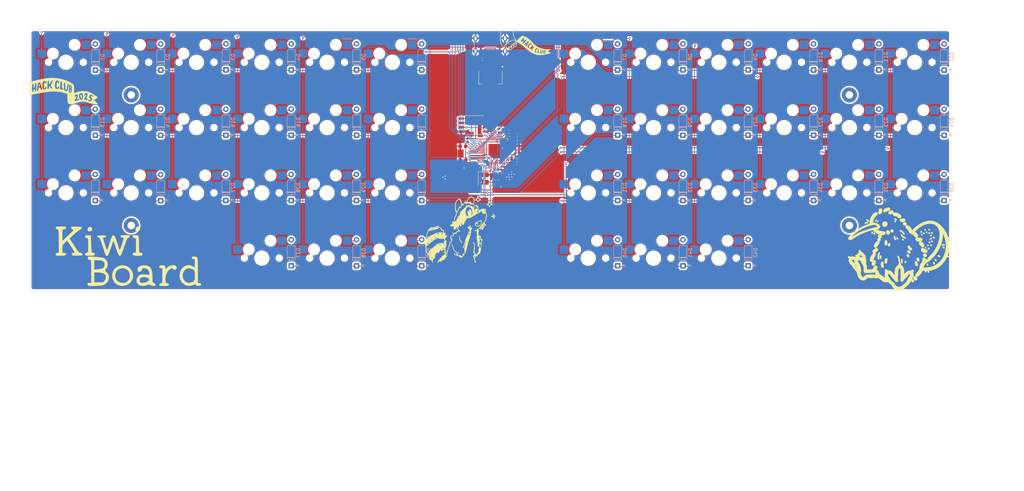
<source format=kicad_pcb>
(kicad_pcb (version 20241229) (generator "pcbnew") (generator_version "9.0")
  (layers (0 "F.Cu" signal) (2 "B.Cu" signal) (13 "F.Paste" user) (15 "B.Paste" user) (5 "F.SilkS" user "F.Silkscreen") (7 "B.SilkS" user "B.Silkscreen") (1 "F.Mask" user) (3 "B.Mask" user) (25 "Edge.Cuts" user))
  (net 0 "")
  (net 1 "VBUS")
  (net 2 "GND")
  (net 3 "+3V3")
  (net 4 "+1V1")
  (net 5 "Net-(C15-Pad2)")
  (net 6 "/rp2040/XIN")
  (net 7 "R0")
  (net 8 "Net-(D1-A)")
  (net 9 "Net-(D2-A)")
  (net 10 "Net-(D3-A)")
  (net 11 "Net-(D4-A)")
  (net 12 "Net-(D5-A)")
  (net 13 "Net-(D6-A)")
  (net 14 "Net-(D7-A)")
  (net 15 "Net-(D8-A)")
  (net 16 "Net-(D9-A)")
  (net 17 "Net-(D10-A)")
  (net 18 "Net-(D11-A)")
  (net 19 "Net-(D12-A)")
  (net 20 "Net-(D13-A)")
  (net 21 "R1")
  (net 22 "Net-(D14-A)")
  (net 23 "Net-(D15-A)")
  (net 24 "Net-(D16-A)")
  (net 25 "Net-(D17-A)")
  (net 26 "Net-(D18-A)")
  (net 27 "Net-(D19-A)")
  (net 28 "Net-(D20-A)")
  (net 29 "Net-(D21-A)")
  (net 30 "Net-(D22-A)")
  (net 31 "Net-(D23-A)")
  (net 32 "Net-(D24-A)")
  (net 33 "Net-(D25-A)")
  (net 34 "R2")
  (net 35 "Net-(D26-A)")
  (net 36 "Net-(D27-A)")
  (net 37 "Net-(D28-A)")
  (net 38 "Net-(D29-A)")
  (net 39 "Net-(D30-A)")
  (net 40 "Net-(D31-A)")
  (net 41 "Net-(D32-A)")
  (net 42 "Net-(D33-A)")
  (net 43 "Net-(D34-A)")
  (net 44 "Net-(D35-A)")
  (net 45 "Net-(D36-A)")
  (net 46 "Net-(D37-A)")
  (net 47 "R3")
  (net 48 "Net-(D38-A)")
  (net 49 "Net-(D39-A)")
  (net 50 "Net-(D40-A)")
  (net 51 "Net-(D41-A)")
  (net 52 "Net-(D42-A)")
  (net 55 "Net-(U1-USB_DP)")
  (net 56 "/rp2040/USB_D+")
  (net 57 "/rp2040/USB_D-")
  (net 58 "Net-(U1-USB_DM)")
  (net 59 "/rp2040/QSPI_SS")
  (net 60 "Net-(R3-Pad1)")
  (net 61 "/rp2040/XOUT")
  (net 62 "C0")
  (net 63 "C1")
  (net 64 "C2")
  (net 65 "C3")
  (net 66 "C4")
  (net 67 "C5")
  (net 68 "C6")
  (net 69 "C7")
  (net 70 "C8")
  (net 71 "C9")
  (net 72 "C10")
  (net 73 "C11")
  (net 78 "/rp2040/QSPI_SD2")
  (net 81 "/rp2040/QSPI_SD3")
  (net 87 "/rp2040/QSPI_SD1")
  (net 88 "/rp2040/QSPI_SD0")
  (net 89 "/rp2040/QSPI_SCLK")
  (footprint "new:kiwiboard" (layer "F.Cu") (at 52.575 96.969)
    (property "Reference" "G***" (hide yes))
    (property "Value" "LOGO" (hide yes))
  )
  (footprint "Resistor_SMD:R_0402_1005Metric" (layer "F.Cu") (at 160.03 75.09 90)
    (property "Reference" "R4" (hide yes))
    (property "Value" "1k" (hide yes))
  )
  (footprint "MountingHole:MountingHole_2.2mm_M2_Pad" (layer "F.Cu") (at 53.34 50.165)
    (property "Reference" "REF**" (hide yes))
    (property "Value" "MountingHole_2.2mm_M2_Pad" (hide yes))
  )
  (footprint "Capacitor_SMD:C_0402_1005Metric" (layer "F.Cu") (at 165.97 66.08)
    (property "Reference" "C10" (hide yes))
    (property "Value" "100n" (hide yes))
  )
  (footprint "Capacitor_SMD:C_0402_1005Metric" (layer "F.Cu") (at 165.92 69.19)
    (property "Reference" "C13" (hide yes))
    (property "Value" "100n" (hide yes))
  )
  (footprint "Capacitor_SMD:C_0402_1005Metric" (layer "F.Cu") (at 158.95 76.12 90)
    (property "Reference" "C15" (hide yes))
    (property "Value" "15p" (hide yes))
  )
  (footprint "Package_SO:SOIC-8_5.3x5.3mm_P1.27mm" (layer "F.Cu") (at 153.2 58.96)
    (property "Reference" "U3" (hide yes))
    (property "Value" "W25Q128JVS" (hide yes))
  )
  (footprint "Package_DFN_QFN:QFN-56-1EP_7x7mm_P0.4mm_EP3.2x3.2mm" (layer "F.Cu") (at 159.66 66.5575)
    (property "Reference" "U1" (hide yes))
    (property "Value" "RP2040" (hide yes))
  )
  (footprint "Capacitor_SMD:C_0402_1005Metric" (layer "F.Cu") (at 165.92 68.16)
    (property "Reference" "C12" (hide yes))
    (property "Value" "100n" (hide yes))
  )
  (footprint "MountingHole:MountingHole_2.2mm_M2_Pad" (layer "F.Cu") (at 53.34 88.265)
    (property "Reference" "REF**" (hide yes))
    (property "Value" "MountingHole_2.2mm_M2_Pad" (hide yes))
  )
  (footprint "Capacitor_SMD:C_0402_1005Metric" (layer "F.Cu") (at 155.76 39.7 180)
    (property "Reference" "C1" (hide yes))
    (property "Value" "10u" (hide yes))
  )
  (footprint "Resistor_SMD:R_0402_1005Metric" (layer "F.Cu") (at 161.73 60.64 90)
    (property "Reference" "R2" (hide yes))
    (property "Value" "27.4" (hide yes))
  )
  (footprint "Capacitor_SMD:C_0402_1005Metric" (layer "F.Cu") (at 160.38 72.49 -90)
    (property "Reference" "C4" (hide yes))
    (property "Value" "100n" (hide yes))
  )
  (footprint "Button_Switch_SMD:SW_Push_1P1T_NO_CK_KMR2" (layer "F.Cu") (at 150.12 67.2 90)
    (property "Reference" "SW44" (hide yes))
    (property "Value" "SW_Push" (hide yes))
  )
  (footprint "Capacitor_SMD:C_0402_1005Metric" (layer "F.Cu") (at 163.75 61.92)
    (property "Reference" "C6" (hide yes))
    (property "Value" "1u" (hide yes))
  )
  (footprint "Capacitor_SMD:C_0402_1005Metric" (layer "F.Cu") (at 161.47 72.51 -90)
    (property "Reference" "C5" (hide yes))
    (property "Value" "100n" (hide yes))
  )
  (footprint "Capacitor_SMD:C_0402_1005Metric" (layer "F.Cu") (at 165.9 70.25)
    (property "Reference" "C14" (hide yes))
    (property "Value" "C_Small" (hide yes))
  )
  (footprint "Connector_USB:USB_C_Receptacle_GCT_USB4125-xx-x-0190_6P_TopMnt_Horizontal" (layer "F.Cu") (at 158.115 34.43 180)
    (property "Reference" "P1" (hide yes))
    (property "Value" "USB_C_Plug_USB2.0")
  )
  (footprint "Crystal:Crystal_SMD_Abracon_ABM8AIG-4Pin_3.2x2.5mm" (layer "F.Cu") (at 156.23 74.55 -90)
    (property "Reference" "Y1" (hide yes))
    (property "Value" "ABM8-272-T3" (hide yes))
  )
  (footprint "Resistor_SMD:R_0402_1005Metric" (layer "F.Cu") (at 151.47 63.39 90)
    (property "Reference" "R3" (hide yes))
    (property "Value" "1k" (hide yes))
  )
  (footprint "new:heide" (layer "F.Cu") (at 149.050134 87.895462)
    (property "Reference" "G***" (hide yes))
    (property "Value" "LOGO" (hide yes))
  )
  (footprint "Capacitor_SMD:C_0402_1005Metric" (layer "F.Cu") (at 165.97 62.92)
    (property "Reference" "C7" (hide yes))
    (property "Value" "100n" (hide yes))
  )
  (footprint "MountingHole:MountingHole_2.2mm_M2_Pad" (layer "F.Cu") (at 262.89 50.165)
    (property "Reference" "REF**" (hide yes))
    (property "Value" "MountingHole_2.2mm_M2_Pad" (hide yes))
  )
  (footprint "Capacitor_SMD:C_0402_1005Metric" (layer "F.Cu") (at 163.41 60.85)
    (property "Reference" "C3" (hide yes))
    (property "Value" "1u" (hide yes))
  )
  (footprint "new:kiwi1" (layer "F.Cu") (at 276.89444 93.747861)
    (property "Reference" "G***" (hide yes))
    (property "Value" "LOGO" (hide yes))
  )
  (footprint "Capacitor_SMD:C_0402_1005Metric" (layer "F.Cu") (at 165.98 63.98)
    (property "Reference" "C8" (hide yes))
    (property "Value" "100n" (hide yes))
  )
  (footprint "new:2025" (layer "F.Cu") (at 33.605 49.069)
    (property "Reference" "G***" (hide yes))
    (property "Value" "LOGO" (hide yes))
  )
  (footprint "new:flag" (layer "F.Cu") (at 168.365 35.439)
    (property "Reference" "G***" (hide yes))
    (property "Value" "LOGO" (hide yes))
  )
  (footprint "Resistor_SMD:R_0402_1005Metric" (layer "F.Cu") (at 160.67 60.61 -90)
    (property "Reference" "R1" (hide yes))
    (property "Value" "27.4" (hide yes))
  )
  (footprint "Capacitor_SMD:C_0402_1005Metric" (layer "F.Cu") (at 155.44 71.34 -90)
    (property "Reference" "C16" (hide yes))
    (property "Value" "15p" (hide yes))
  )
  (footprint "Capacitor_SMD:C_0402_1005Metric" (layer "F.Cu") (at 165.97 65.02)
    (property "Reference" "C9" (hide yes))
    (property "Value" "100n" (hide yes))
  )
  (footprint "Capacitor_SMD:C_0402_1005Metric" (layer "F.Cu") (at 165.97 61.87)
    (property "Reference" "C2" (hide yes))
    (property "Value" "10u" (hide yes))
  )
  (footprint "Package_TO_SOT_SMD:SOT-223-3_TabPin2" (layer "F.Cu") (at 158.1425 45.07 -90)
    (property "Reference" "U2" (hide yes))
    (property "Value" "NCP1117-3.3_SOT223" (hide yes))
  )
  (footprint "MountingHole:MountingHole_2.2mm_M2_Pad" (layer "F.Cu") (at 262.89 88.265)
    (property "Reference" "REF**" (hide yes))
    (property "Value" "MountingHole_2.2mm_M2_Pad" (hide yes))
  )
  (footprint "Capacitor_SMD:C_0402_1005Metric" (layer "F.Cu") (at 165.94 67.12)
    (property "Reference" "C11" (hide yes))
    (property "Value" "100n" (hide yes))
  )
  (footprint "Diode_THT:D_DO-35_SOD27_P7.62mm_Horizontal" (layer "B.Cu") (at 214.32 80.98 90)
    (property "Reference" "D32")
    (property "Value" "D_Small" (hide yes))
  )
  (footprint "MX_Hotswap:MX-Hotswap-1U" (layer "B.Cu") (at 243.84 40.64 180)
    (property "Reference" "SW10")
    (property "Value" "SW_Push_45deg")
  )
  (footprint "Diode_THT:D_DO-35_SOD27_P7.62mm_Horizontal" (layer "B.Cu") (at 100.01 80.98 90)
    (property "Reference" "D28")
    (property "Value" "D_Small" (hide yes))
  )
  (footprint "Diode_THT:D_DO-35_SOD27_P7.62mm_Horizontal" (layer "B.Cu") (at 290.53 42.91 90)
    (property "Reference" "D12")
    (property "Value" "D_Small" (hide yes))
  )
  (footprint "MX_Hotswap:MX-Hotswap-1U" (layer "B.Cu") (at 224.79 97.79 180)
    (property "Reference" "SW43")
    (property "Value" "SW_Push_45deg")
  )
  (footprint "Diode_THT:D_DO-35_SOD27_P7.62mm_Horizontal" (layer "B.Cu") (at 233.34 61.91 90)
    (property "Reference" "D21")
    (property "Value" "D_Small" (hide yes))
  )
  (footprint "MX_Hotswap:MX-Hotswap-1U" (layer "B.Cu") (at 262.89 40.64 180)
    (property "Reference" "SW11")
    (property "Value" "SW_Push_45deg")
  )
  (footprint "MX_Hotswap:MX-Hotswap-1U" (layer "B.Cu") (at 110.49 78.74 180)
    (property "Reference" "SW29")
    (property "Value" "SW_Push_45deg")
  )
  (footprint "Diode_THT:D_DO-35_SOD27_P7.62mm_Horizontal" (layer "B.Cu") (at 119.07 42.87 90)
    (property "Reference" "D5")
    (property "Value" "D_Small" (hide yes))
  )
  (footprint "Diode_THT:D_DO-35_SOD27_P7.62mm_Horizontal" (layer "B.Cu") (at 233.36 100.02 90)
    (property "Reference" "D42")
    (property "Value" "D_Small" (hide yes))
  )
  (footprint "MX_Hotswap:MX-Hotswap-1U" (layer "B.Cu") (at 281.94 78.74 180)
    (property "Reference" "SW37")
    (property "Value" "SW_Push_45deg")
  )
  (footprint "MX_Hotswap:MX-Hotswap-1U" (layer "B.Cu") (at 186.69 40.64 180)
    (property "Reference" "SW7")
    (property "Value" "SW_Push_45deg")
  )
  (footprint "Diode_THT:D_DO-35_SOD27_P7.62mm_Horizontal" (layer "B.Cu") (at 100.05 42.89 90)
    (property "Reference" "D4")
    (property "Value" "D_Small" (hide yes))
  )
  (footprint "Diode_THT:D_DO-35_SOD27_P7.62mm_Horizontal" (layer "B.Cu") (at 214.29 61.94 90)
    (property "Reference" "D20")
    (property "Value" "D_Small" (hide yes))
  )
  (footprint "MX_Hotswap:MX-Hotswap-1U" (layer "B.Cu") (at 91.44 78.74 180)
    (property "Reference" "SW28")
    (property "Value" "SW_Push_45deg")
  )
  (footprint "MX_Hotswap:MX-Hotswap-1U" (layer "B.Cu") (at 224.79 59.69 180)
    (property "Reference" "SW21")
    (property "Value" "SW_Push_45deg")
  )
  (footprint "MX_Hotswap:MX-Hotswap-1U" (layer "B.Cu") (at 91.44 40.64 180)
    (property "Reference" "SW4")
    (property "Value" "SW_Push_45deg")
  )
  (footprint "MX_Hotswap:MX-Hotswap-1U" (layer "B.Cu") (at 205.74 40.64 180)
    (property "Reference" "SW8")
    (property "Value" "SW_Push_45deg")
  )
  (footprint "MX_Hotswap:MX-Hotswap-1U" (layer "B.Cu") (at 129.54 97.79 180)
    (property "Reference" "SW40")
    (property "Value" "SW_Push_45deg")
  )
  (footprint "Diode_THT:D_DO-35_SOD27_P7.62mm_Horizontal" (layer "B.Cu") (at 42.85 80.98 90)
    (property "Reference" "D25" (hide yes))
    (property "Value" "D_Small" (hide yes))
  )
  (footprint "Diode_THT:D_DO-35_SOD27_P7.62mm_Horizontal" (layer "B.Cu") (at 100.01 61.92 90)
    (property "Reference" "D16")
    (property "Value" "D_Small" (hide yes))
  )
  (footprint "Diode_THT:D_DO-35_SOD27_P7.62mm_Horizontal" (layer "B.Cu") (at 195.24 42.89 90)
    (property "Reference" "D7")
    (property "Value" "D_Small" (hide yes))
  )
  (footprint "Diode_THT:D_DO-35_SOD27_P7.62mm_Horizontal" (layer "B.Cu") (at 119.1 61.92 90)
    (property "Reference" "D17" (hide yes))
    (property "Value" "D_Small" (hide yes))
  )
  (footprint "MX_Hotswap:MX-Hotswap-1U" (layer "B.Cu") (at 262.89 59.69 180)
    (property "Reference" "SW23")
    (property "Value" "SW_Push_45deg")
  )
  (footprint "MX_Hotswap:MX-Hotswap-1U" (layer "B.Cu") (at 53.34 59.69 180)
    (property "Reference" "SW14")
    (property "Value" "SW_Push_45deg")
  )
  (footprint "MX_Hotswap:MX-Hotswap-1U" (layer "B.Cu") (at 110.49 97.79 180)
    (property "Reference" "SW39")
    (property "Value" "SW_Push_45deg")
  )
  (footprint "Diode_THT:D_DO-35_SOD27_P7.62mm_Horizontal" (layer "B.Cu") (at 119.05 80.98 90)
    (property "Reference" "D29")
    (property "Value" "D_Small" (hide yes))
  )
  (footprint "Diode_THT:D_DO-35_SOD27_P7.62mm_Horizontal" (layer "B.Cu") (at 271.48 42.88 90)
    (property "Reference" "D11")
    (property "Value" "D_Small" (hide yes))
  )
  (footprint "Diode_THT:D_DO-35_SOD27_P7.62mm_Horizontal" (layer "B.Cu") (at 80.99 42.87 90)
    (property "Reference" "D3")
    (property "Value" "D_Small" (hide yes))
  )
  (footprint "Diode_THT:D_DO-35_SOD27_P7.62mm_Horizontal" (layer "B.Cu") (at 233.37 42.87 90)
    (property "Reference" "D9")
    (property "Value" "D_Small" (hide yes))
  )
  (footprint "MX_Hotswap:MX-Hotswap-1U" (layer "B.Cu") (at 281.94 40.64 180)
    (property "Reference" "SW12")
    (property "Value" "SW_Push_45deg")
  )
  (footprint "Diode_THT:D_DO-35_SOD27_P7.62mm_Horizontal" (layer "B.Cu") (at 214.34 100.04 90)
    (property "Reference" "D41")
    (property "Value" "D_Small" (hide yes))
  )
  (footprint "Diode_THT:D_DO-35_SOD27_P7.62mm_Horizontal" (layer "B.Cu") (at 138.1 80.99 90)
    (property "Reference" "D30" (hide yes))
    (property "Value" "D_Small" (hide yes))
  )
  (footprint "MX_Hotswap:MX-Hotswap-1U" (layer "B.Cu") (at 34.29 59.69 180)
    (property "Reference" "SW13")
    (property "Value" "SW_Push_45deg")
  )
  (footprint "MX_Hotswap:MX-Hotswap-1U" (layer "B.Cu") (at 186.69 78.74 180)
    (property "Reference" "SW32")
    (property "Value" "SW_Push_45deg")
  )
  (footprint "Diode_THT:D_DO-35_SOD27_P7.62mm_Horizontal" (layer "B.Cu") (at 119.07 100.05 90)
    (property "Reference" "D38")
    (property "Value" "D_Small" (hide yes))
  )
  (footprint "MX_Hotswap:MX-Hotswap-1U" (layer "B.Cu") (at 224.79 78.74 180)
    (property "Reference" "SW34")
    (property "Value" "SW_Push_45deg")
  )
  (footprint "MX_Hotswap:MX-Hotswap-1U" (layer "B.Cu") (at 224.79 40.64 180)
    (property "Reference" "SW9")
    (property "Value" "SW_Push_45deg")
  )
  (footprint "MX_Hotswap:MX-Hotswap-1U" (layer "B.Cu") (at 53.34 40.64 180)
    (property "Reference" "SW2" (hide yes))
    (property "Value" "SW_Push_45deg")
  )
  (footprint "Diode_THT:D_DO-35_SOD27_P7.62mm_Horizontal" (layer "B.Cu") (at 138.09 100.04 90)
    (property "Reference" "D39")
    (property "Value" "D_Small" (hide yes))
  )
  (footprint "MX_Hotswap:MX-Hotswap-1U" (layer "B.Cu") (at 243.84 78.74 180)
    (property "Reference" "SW35")
    (property "Value" "SW_Push_45deg")
  )
  (footprint "Diode_THT:D_DO-35_SOD27_P7.62mm_Horizontal" (layer "B.Cu") (at 290.51 80.97 90)
    (property "Reference" "D36")
    (property "Value" "D_Small" (hide yes))
  )
  (footprint "Diode_THT:D_DO-35_SOD27_P7.62mm_Horizontal" (layer "B.Cu") (at 138.11 42.88 90)
    (property "Reference" "D6" (hide yes))
    (property "Value" "D_Small" (hide yes))
  )
  (footprint "MX_Hotswap:MX-Hotswap-1U" (layer "B.Cu") (at 53.34 78.74 180)
    (property "Reference" "SW26")
    (property "Value" "SW_Push_45deg")
  )
  (footprint "MX_Hotswap:MX-Hotswap-1U" (layer "B.Cu") (at 281.94 59.69 180)
    (property "Reference" "SW24")
    (property "Value" "SW_Push_45deg")
  )
  (footprint "Diode_THT:D_DO-35_SOD27_P7.62mm_Horizontal" (layer "B.Cu") (at 100.02 100.035 90)
    (property "Reference" "D37")
    (property "Value" "D_Small" (hide yes))
  )
  (footprint "MX_Hotswap:MX-Hotswap-1U" (layer "B.Cu") (at 186.69 97.79 180)
    (property "Reference" "SW41")
    (property "Value" "SW_Push_45deg")
  )
  (footprint "MX_Hotswap:MX-Hotswap-1U" (layer "B.Cu") (at 205.74 97.79 180)
    (property "Reference" "SW42")
    (property "Value" "SW_Push_45deg")
  )
  (footprint "Diode_THT:D_DO-35_SOD27_P7.62mm_Horizontal" (layer "B.Cu") (at 233.35 80.98 90)
    (property "Reference" "D33")
    (property "Value" "D_Small" (hide yes))
  )
  (footprint "MX_Hotswap:MX-Hotswap-1U" (layer "B.Cu") (at 34.29 40.64 180)
    (property "Reference" "SW1")
    (property "Value" "SW_Push_45deg")
  )
  (footprint "MX_Hotswap:MX-Hotswap-1U" (layer "B.Cu") (at 243.84 59.69 180)
    (property "Reference" "SW22")
    (property "Value" "SW_Push_45deg")
  )
  (footprint "Diode_THT:D_DO-35_SOD27_P7.62mm_Horizontal" (layer "B.Cu") (at 290.54 61.95 90)
    (property "Reference" "D24")
    (property "Value" "D_Small" (hide yes))
  )
  (footprint "Diode_THT:D_DO-35_SOD27_P7.62mm_Horizontal" (layer "B.Cu") (at 138.1 61.92 90)
    (property "Reference" "D18" (hide yes))
    (property "Value" "D_Small" (hide yes))
  )
  (footprint "Diode_THT:D_DO-35_SOD27_P7.62mm_Horizontal" (layer "B.Cu") (at 252.44 61.91 90)
    (property "Reference" "D22")
    (property "Value" "D_Small" (hide yes))
  )
  (footprint "Diode_THT:D_DO-35_SOD27_P7.62mm_Horizontal" (layer "B.Cu") (at 252.43 80.98 90)
    (property "Reference" "D34")
    (property "Value" "D_Small" (hide yes))
  )
  (footprint "Diode_THT:D_DO-35_SOD27_P7.62mm_Horizontal" (layer "B.Cu") (at 271.46 80.97 90)
    (property "Reference" "D35")
    (property "Value" "D_Small" (hide yes))
  )
  (footprint "MX_Hotswap:MX-Hotswap-1U" (layer "B.Cu") (at 205.74 78.74 180)
    (property "Reference" "SW33")
    (property "Value" "SW_Push_45deg")
  )
  (footprint "MX_Hotswap:MX-Hotswap-1U" (layer "B.Cu") (at 34.29 78.74 180)
    (property "Reference" "SW25")
    (property "Value" "SW_Push_45deg")
  )
  (footprint "MX_Hotswap:MX-Hotswap-1U" (layer "B.Cu") (at 72.39 78.74 180)
    (property "Reference" "SW27")
    (property "Value" "SW_Push_45deg")
  )
  (footprint "MX_Hotswap:MX-Hotswap-1U" (layer "B.Cu") (at 72.39 59.69 180)
    (property "Reference" "SW15")
    (property "Value" "SW_Push_45deg")
  )
  (footprint "MX_Hotswap:MX-Hotswap-1U" (layer "B.Cu") (at 110.49 59.69 180)
    (property "Reference" "SW17")
    (property "Value" "SW_Push_45deg")
  )
  (footprint "Diode_THT:D_DO-35_SOD27_P7.62mm_Horizontal" (layer "B.Cu") (at 195.26 80.99 90)
    (property "Reference" "D31")
    (property "Value" "D_Small" (hide yes))
  )
  (footprint "MX_Hotswap:MX-Hotswap-1U" (layer "B.Cu") (at 205.74 59.69 180)
    (property "Reference" "SW20")
    (property "Value" "SW_Push_45deg")
  )
  (footprint "Diode_THT:D_DO-35_SOD27_P7.62mm_Horizontal" (layer "B.Cu") (at 61.94 42.92 90)
    (property "Reference" "D2")
    (property "Value" "D_Small" (hide yes))
  )
  (footprint "Diode_THT:D_DO-35_SOD27_P7.62mm_Horizontal" (layer "B.Cu") (at 80.94 80.98 90)
    (property "Reference" "D27")
    (property "Value" "D_Small" (hide yes))
  )
  (footprint "MX_Hotswap:MX-Hotswap-1U" (layer "B.Cu") (at 186.69 59.69 180)
    (property "Reference" "SW19")
    (property "Value" "SW_Push_45deg")
  )
  (footprint "Diode_THT:D_DO-35_SOD27_P7.62mm_Horizontal" (layer "B.Cu") (at 61.92 61.94 90)
    (property "Reference" "D14")
    (property "Value" "D_Small" (hide yes))
  )
  (footprint "Diode_THT:D_DO-35_SOD27_P7.62mm_Horizontal" (layer "B.Cu") (at 271.47 61.9 90)
    (property "Reference" "D23")
    (property "Value" "D_Small" (hide yes))
  )
  (footprint "MX_Hotswap:MX-Hotswap-1U" (layer "B.Cu") (at 262.89 78.74 180)
    (property "Reference" "SW36")
    (property "Value" "SW_Push_45deg")
  )
  (footprint "Diode_THT:D_DO-35_SOD27_P7.62mm_Horizontal" (layer "B.Cu") (at 195.27 100.03 90)
    (property "Reference" "D40")
    (property "Value" "D_Small" (hide yes))
  )
  (footprint "Diode_THT:D_DO-35_SOD27_P7.62mm_Horizontal" (layer "B.Cu") (at 214.31 42.86 90)
    (property "Reference" "D8")
    (property "Value" "D_Small" (hide yes))
  )
  (footprint "Diode_THT:D_DO-35_SOD27_P7.62mm_Horizontal" (layer "B.Cu") (at 252.42 42.89 90)
    (property "Reference" "D10")
    (property "Value" "D_Small" (hide yes))
  )
  (footprint "MX_Hotswap:MX-Hotswap-1U" (layer "B.Cu") (at 129.54 40.64 180)
    (property "Reference" "SW6" (hide yes))
    (property "Value" "SW_Push_45deg")
  )
  (footprint "Diode_THT:D_DO-35_SOD27_P7.62mm_Horizontal" (layer "B.Cu") (at 42.89 42.92 90)
    (property "Reference" "D1")
    (property "Value" "D_Small" (hide yes))
  )
  (footprint "MX_Hotswap:MX-Hotswap-1U" (layer "B.Cu") (at 129.54 78.74 180)
    (property "Reference" "SW31" (hide yes))
    (property "Value" "SW_Push_45deg")
  )
  (footprint "MX_Hotswap:MX-Hotswap-1U" (layer "B.Cu") (at 129.54 59.69 180)
    (property "Reference" "SW18" (hide yes))
    (property "Value" "SW_Push_45deg")
  )
  (footprint "MX_Hotswap:MX-Hotswap-1U" (layer "B.Cu") (at 110.49 40.64 180)
    (property "Reference" "SW5" (hide yes))
    (property "Value" "SW_Push_45deg")
  )
  (footprint "Diode_THT:D_DO-35_SOD27_P7.62mm_Horizontal" (layer "B.Cu") (at 195.26 61.92 90)
    (property "Reference" "D19")
    (property "Value" "D_Small" (hide yes))
  )
  (footprint "MX_Hotswap:MX-Hotswap-1U" (layer "B.Cu") (at 91.44 97.79 180)
    (property "Reference" "SW38")
    (property "Value" "SW_Push_45deg")
  )
  (footprint "MX_Hotswap:MX-Hotswap-1U" (layer "B.Cu") (at 91.44 59.69 180)
    (property "Reference" "SW16")
    (property "Value" "SW_Push_45deg")
  )
  (footprint "Diode_THT:D_DO-35_SOD27_P7.62mm_Horizontal" (layer "B.Cu") (at 61.93 81.02 90)
    (property "Reference" "D26" (hide yes))
    (property "Value" "D_Small" (hide yes))
  )
  (footprint "Diode_THT:D_DO-35_SOD27_P7.62mm_Horizontal" (layer "B.Cu") (at 80.96 61.94 90)
    (property "Reference" "D15")
    (property "Value" "D_Small" (hide yes))
  )
  (footprint "MX_Hotswap:MX-Hotswap-1U" (layer "B.Cu") (at 72.39 40.64 180)
    (property "Reference" "SW3")
    (property "Value" "SW_Push_45deg")
  )
  (footprint "Diode_THT:D_DO-35_SOD27_P7.62mm_Horizontal" (layer "B.Cu") (at 42.86 61.94 90)
    (property "Reference" "D13")
    (property "Value" "D_Small" (hide yes))
  )
  (gr_arc (start 291.435 31.115) (mid 292.142107 31.407893) (end 292.435 32.115) (stroke (width 0.05)) (layer "Edge.Cuts"))
  (gr_line (start 24.765 31.115) (end 291.435 31.115) (stroke (width 0.05)) (layer "Edge.Cuts"))
  (gr_arc (start 24.765 107.314) (mid 24.057893 107.021107) (end 23.765 106.314) (stroke (width 0.05)) (layer "Edge.Cuts"))
  (gr_line (start 23.765 106.314) (end 23.765 32.115) (stroke (width 0.05)) (layer "Edge.Cuts"))
  (gr_arc (start 23.765 32.115) (mid 24.057893 31.407893) (end 24.765 31.115) (stroke (width 0.05)) (layer "Edge.Cuts"))
  (gr_line (start 291.435 107.314) (end 24.765 107.314) (stroke (width 0.05)) (layer "Edge.Cuts"))
  (gr_line (start 292.435 32.115) (end 292.435 106.314) (stroke (width 0.05)) (layer "Edge.Cuts"))
  (gr_arc (start 292.435 106.314) (mid 292.142107 107.021107) (end 291.435 107.314) (stroke (width 0.05)) (layer "Edge.Cuts"))
  (segment (start 156.24 39.7) (end 156.24 37.51) (width 0.2) (layer "F.Cu") (net 1))
  (segment (start 156.24 37.51) (end 156.595 37.51) (width 0.2) (layer "F.Cu") (net 1))
  (segment (start 156.595 36.609) (end 159.635 36.609) (width 0.2) (layer "F.Cu") (net 1))
  (segment (start 155.8425 41.92) (end 156.24 41.92) (width 0.2) (layer "F.Cu") (net 1))
  (segment (start 156.24 41.92) (end 156.24 39.7) (width 0.2) (layer "F.Cu") (net 1))
  (segment (start 156.595 37.51) (end 156.595 36.609) (width 0.2) (layer "F.Cu") (net 1))
  (segment (start 159.635 36.609) (end 159.635 37.51) (width 0.2) (layer "F.Cu") (net 1))
  (segment (start 159.66 68.44) (end 159.66 66.5575) (width 0.2) (layer "F.Cu") (net 2))
  (segment (start 158.66 69.44) (end 159.195 68.905) (width 0.2) (layer "F.Cu") (net 2))
  (segment (start 157.03 73.759) (end 157.03 73.748) (width 0.2) (layer "F.Cu") (net 2))
  (segment (start 155.43 75.348) (end 155.441 75.348) (width 0.2) (layer "F.Cu") (net 2))
  (segment (start 158.66 69.995) (end 158.66 69.44) (width 0.2) (layer "F.Cu") (net 2))
  (segment (start 157.03 73.748) (end 157.03 73.45) (width 0.5) (layer "F.Cu") (net 2))
  (segment (start 155.43 75.65) (end 155.43 75.348) (width 0.5) (layer "F.Cu") (net 2))
  (segment (start 164.23 61.19) (end 163.89 60.85) (width 0.5) (layer "F.Cu") (net 2))
  (segment (start 164.23 61.92) (end 164.23 61.19) (width 0.5) (layer "F.Cu") (net 2))
  (segment (start 159.195 68.905) (end 159.66 68.44) (width 0.2) (layer "F.Cu") (net 2))
  (segment (start 155.441 75.348) (end 157.03 73.759) (width 0.2) (layer "F.Cu") (net 2))
  (via (at 161.67 65.73) (size 0.6) (drill 0.3) (layers "F.Cu" "B.Cu") (net 2))
  (via (at 163.55 73.42) (size 0.6) (drill 0.3) (layers "F.Cu" "B.Cu") (net 2))
  (via (at 155.44 70.86) (size 0.6) (drill 0.3) (layers "F.Cu" "B.Cu") (net 2))
  (via (at 164.38 74.08) (size 0.6) (drill 0.3) (layers "F.Cu" "B.Cu") (net 2))
  (via (at 161.21 76.99) (size 0.6) (drill 0.3) (layers "F.Cu" "B.Cu") (net 2))
  (via (at 165.14 73.31) (size 0.6) (drill 0.3) (layers "F.Cu" "B.Cu") (net 2))
  (via (at 144.89 74.68) (size 0.6) (drill 0.3) (layers "F.Cu" "B.Cu") (net 2))
  (via (at 164.34 73.33) (size 0.6) (drill 0.3) (layers "F.Cu" "B.Cu") (net 2))
  (via (at 155.43 75.65) (size 0.6) (drill 0.3) (layers "F.Cu" "B.Cu") (net 2))
  (via (at 159.195 68.905) (size 0.6) (drill 0.3) (layers "F.Cu" "B.Cu") (net 2))
  (via (at 162.89 74.14) (size 0.6) (drill 0.3) (layers "F.Cu" "B.Cu") (net 2))
  (via (at 144.95 73.87) (size 0.6) (drill 0.3) (layers "F.Cu" "B.Cu") (net 2))
  (via (at 163.75 74.86) (size 0.6) (drill 0.3) (layers "F.Cu" "B.Cu") (net 2))
  (via (at 161.47 72.99) (size 0.6) (drill 0.3) (layers "F.Cu" "B.Cu") (net 2))
  (via (at 160.38 72.97) (size 0.6) (drill 0.3) (layers "F.Cu" "B.Cu") (net 2))
  (via (at 164.36 72.61) (size 0.6) (drill 0.3) (layers "F.Cu" "B.Cu") (net 2))
  (via (at 144.285 74.179) (size 0.6) (drill 0.3) (layers "F.Cu" "B.Cu") (net 2))
  (via (at 158.88 74.57) (size 0.6) (drill 0.3) (layers "F.Cu" "B.Cu") (net 2))
  (via (at 150.44 71.49) (size 0.6) (drill 0.3) (layers "F.Cu" "B.Cu") (net 2))
  (via (at 163.6 74.14) (size 0.6) (drill 0.3) (layers "F.Cu" "B.Cu") (net 2))
  (segment (start 157.811733 68.433267) (end 157.642909 68.602091) (width 0.2) (layer "B.Cu") (net 2))
  (segment (start 158.88 74.57) (end 158.88 74.66) (width 0.2) (layer "B.Cu") (net 2))
  (segment (start 151.07 70.86) (end 150.44 71.49) (width 0.5) (layer "B.Cu") (net 2))
  (segment (start 155.44 70.86) (end 151.07 70.86) (width 0.5) (layer "B.Cu") (net 2))
  (segment (start 155.44 70.86) (end 155.44 75.64) (width 0.5) (layer "B.Cu") (net 2))
  (segment (start 157.642909 68.614954) (end 157.290852 68.967011) (width 0.2) (layer "B.Cu") (net 2))
  (segment (start 157.642909 68.602091) (end 157.642909 68.614954) (width 0.2) (layer "B.Cu") (net 2))
  (segment (start 157.277989 68.967011) (end 155.44 70.805) (width 0.2) (layer "B.Cu") (net 2))
  (segment (start 159.195 68.905) (end 159.195 68.433267) (width 0.2) (layer "B.Cu") (net 2))
  (segment (start 159.195 68.433267) (end 157.811733 68.433267) (width 0.2) (layer "B.Cu") (net 2))
  (segment (start 147.96 70.86) (end 144.95 73.87) (width 0.5) (layer "B.Cu") (net 2))
  (segment (start 155.44 75.64) (end 155.43 75.65) (width 0.5) (layer "B.Cu") (net 2))
  (segment (start 155.44 70.805) (end 155.44 70.86) (width 0.2) (layer "B.Cu") (net 2))
  (segment (start 155.44 70.86) (end 147.96 70.86) (width 0.5) (layer "B.Cu") (net 2))
  (segment (start 158.88 74.66) (end 161.21 76.99) (width 0.2) (layer "B.Cu") (net 2))
  (segment (start 157.290852 68.967011) (end 157.277989 68.967011) (width 0.2) (layer "B.Cu") (net 2))
  (segment (start 161.86 63.12) (end 162.26 63.12) (width 0.2) (layer "F.Cu") (net 3))
  (segment (start 161.861 63.87) (end 161.861 63.12) (width 0.2) (layer "F.Cu") (net 3))
  (segment (start 163.0975 62.92) (end 165.49 62.92) (width 0.2) (layer "F.Cu") (net 3))
  (segment (start 165.49 62.92) (end 165.49 61.87) (width 0.2) (layer "F.Cu") (net 3))
  (segment (start 165.49 65.02) (end 165.49 63.99) (width 0.2) (layer "F.Cu") (net 3))
  (segment (start 165.44 69.19) (end 165.44 68.16) (width 0.2) (layer "F.Cu") (net 3))
  (segment (start 156.9775 67.5575) (end 156.98 67.56) (width 0.2) (layer "F.Cu") (net 3))
  (segment (start 156.31 63.87) (end 156.99 63.87) (width 0.2) (layer "F.Cu") (net 3))
  (segment (start 162.33 67.5575) (end 163.0975 67.5575) (width 0.2) (layer "F.Cu") (net 3))
  (segment (start 158.1425 48.22) (end 156.7875 49.575) (width 0.2) (layer "F.Cu") (net 3))
  (segment (start 156.7875 49.575) (end 156.7875 57.055) (width 0.2) (layer "F.Cu") (net 3))
  (segment (start 159.461 57.055) (end 156.7875 57.055) (width 0.2) (layer "F.Cu") (net 3))
  (segment (start 156.2225 63.9575) (end 156.31 63.87) (width 0.2) (layer "F.Cu") (net 3))
  (segment (start 163.0975 67.5575) (end 165.0225 67.5575) (width 0.2) (layer "F.Cu") (net 3))
  (segment (start 165.44 68.16) (end 165.44 67.14) (width 0.2) (layer "F.Cu") (net 3))
  (segment (start 160.26 61.87) (end 159.461 61.071) (width 0.2) (layer "F.Cu") (net 3))
  (segment (start 165.5 62.93) (end 165.49 62.92) (width 0.2) (layer "F.Cu") (net 3))
  (segment (start 165.44 67.14) (end 165.46 67.12) (width 0.2) (layer "F.Cu") (net 3))
  (segment (start 165.49 67.09) (end 165.46 67.12) (width 0.2) (layer "F.Cu") (net 3))
  (segment (start 160.26 63.12) (end 160.26 61.87) (width 0.2) (layer "F.Cu") (net 3))
  (segment (start 156.98 63.88) (end 156.99 63.87) (width 0.2) (layer "F.Cu") (net 3))
  (segment (start 165.49 66.08) (end 165.49 65.02) (width 0.2) (layer "F.Cu") (net 3))
  (segment (start 162.26 63.12) (end 163.0975 63.12) (width 0.2) (layer "F.Cu") (net 3))
  (segment (start 163.0975 63.12) (end 162.75 63.12) (width 0.2) (layer "F.Cu") (net 3))
  (segment (start 159.461 61.071) (end 159.461 57.055) (width 0.2) (layer "F.Cu") (net 3))
  (segment (start 162.3235 69.25) (end 162.33 69.2565) (width 0.2) (layer "F.Cu") (net 3))
  (segment (start 156.2225 67.5575) (end 156.9775 67.5575) (width 0.2) (layer "F.Cu") (net 3))
  (segment (start 162.75 62.44) (end 162.75 62.92) (width 0.2) (layer "F.Cu") (net 3))
  (segment (start 159.86 63.87) (end 161.861 63.87) (width 0.2) (layer "F.Cu") (net 3))
  (segment (start 165.49 66.08) (end 165.49 67.09) (width 0.2) (layer "F.Cu") (net 3))
  (segment (start 162.33 69.2565) (end 162.33 67.5575) (width 0.2) (layer "F.Cu") (net 3))
  (segment (start 156.98 67.56) (end 156.98 63.88) (width 0.2) (layer "F.Cu") (net 3))
  (segment (start 159.86 63.12) (end 160.26 63.12) (width 0.2) (layer "F.Cu") (net 3))
  (segment (start 159.86 69.995) (end 159.86 69.25) (width 0.2) (layer "F.Cu") (net 3))
  (segment (start 163.0975 63.9575) (end 163.0975 62.92) (width 0.2) (layer "F.Cu") (net 3))
  (segment (start 159.86 69.25) (end 162.3235 69.25) (width 0.2) (layer "F.Cu") (net 3))
  (segment (start 165.5 63.98) (end 165.5 62.93) (width 0.2) (layer "F.Cu") (net 3))
  (segment (start 156.99 63.87) (end 159.86 63.87) (width 0.2) (layer "F.Cu") (net 3))
  (segment (start 165.42 69.21) (end 165.44 69.19) (width 0.2) (layer "F.Cu") (net 3))
  (segment (start 165.42 70.25) (end 165.42 69.21) (width 0.2) (layer "F.Cu") (net 3))
  (segment (start 159.86 63.87) (end 159.86 63.12) (width 0.2) (layer "F.Cu") (net 3))
  (segment (start 162.75 63.12) (end 162.75 62.44) (width 0.2) (layer "F.Cu") (net 3))
  (segment (start 162.75 62.44) (end 163.27 61.92) (width 0.2) (layer "F.Cu") (net 3))
  (segment (start 165.49 63.99) (end 165.5 63.98) (width 0.2) (layer "F.Cu") (net 3))
  (segment (start 158.1425 48.22) (end 158.1425 41.92) (width 0.2) (layer "F.Cu") (net 3))
  (segment (start 165.0225 67.5575) (end 165.46 67.12) (width 0.2) (layer "F.Cu") (net 3))
  (segment (start 162.75 62.92) (end 165.49 62.92) (width 0.2) (layer "F.Cu") (net 3))
  (segment (start 160.26 71.14) (end 160.26 72.01) (width 0.2) (layer "F.Cu") (net 4))
  (segment (start 162.93 61.114726) (end 162.002363 62.042363) (width 0.2) (layer "F.Cu") (net 4))
  (segment (start 161.674437 62.054093) (end 161.686167 62.042363) (width 0.2) (layer "F.Cu") (net 4))
  (segment (start 160.26 69.995) (end 160.26 71.14) (width 0.2) (layer "F.Cu") (net 4))
  (segment (start 162.93 60.85) (end 162.93 61.114726) (width 0.2) (layer "F.Cu") (net 4))
  (segment (start 161.46 62.584726) (end 161.46 63.12) (width 0.2) (layer "F.Cu") (net 4))
  (segment (start 160.23 71.17) (end 160.26 71.14) (width 0.2) (layer "F.Cu") (net 4))
  (segment (start 159.66 62.329628) (end 159.46 62.529628) (width 0.2) (layer "F.Cu") (net 4))
  (segment (start 161.45 72.01) (end 161.47 72.03) (width 0.2) (layer "F.Cu") (net 4))
  (segment (start 162.002363 62.042363) (end 161.46 62.584726) (width 0.2) (layer "F.Cu") (net 4))
  (segment (start 159.66 62.202729) (end 159.66 62.329628) (width 0.2) (layer "F.Cu") (net 4))
  (segment (start 161.686167 62.042363) (end 162.002363 62.042363) (width 0.2) (layer "F.Cu") (net 4))
  (segment (start 159.46 62.529628) (end 159.46 63.12) (width 0.2) (layer "F.Cu") (net 4))
  (segment (start 160.26 72.01) (end 160.38 72.01) (width 0.2) (layer "F.Cu") (net 4))
  (segment (start 160.38 72.01) (end 161.45 72.01) (width 0.2) (layer "F.Cu") (net 4))
  (via (at 161.674437 62.054093) (size 0.6) (drill 0.3) (layers "F.Cu" "B.Cu") (net 4))
  (via (at 159.66 62.202729) (size 0.6) (drill 0.3) (layers "F.Cu" "B.Cu") (net 4))
  (via (at 160.23 71.17) (size 0.6) (drill 0.3) (layers "F.Cu" "B.Cu") (net 4))
  (segment (start 160.24 62.28) (end 160.24 71.17) (width 0.2) (layer "B.Cu") (net 4))
  (segment (start 159.66 62.202729) (end 159.827357 62.202729) (width 0.2) (layer "B.Cu") (net 4))
  (segment (start 159.904628 62.28) (end 161.44853 62.28) (width 0.2) (layer "B.Cu") (net 4))
  (segment (start 161.44853 62.28) (end 161.674437 62.054093) (width 0.2) (layer "B.Cu") (net 4))
  (segment (start 160.24 71.17) (end 160.23 71.17) (width 0.2) (layer "B.Cu") (net 4))
  (segment (start 159.904628 62.28) (end 160.24 62.28) (width 0.2) (layer "B.Cu") (net 4))
  (segment (start 159.827357 62.202729) (end 159.904628 62.28) (width 0.2) (layer "B.Cu") (net 4))
  (segment (start 158.94 75.65) (end 158.95 75.64) (width 0.2) (layer "F.Cu") (net 5))
  (segment (start 158.95 75.64) (end 159.99 75.64) (width 0.2) (layer "F.Cu") (net 5))
  (segment (start 157.03 75.65) (end 158.94 75.65) (width 0.2) (layer "F.Cu") (net 5))
  (segment (start 159.99 75.64) (end 160.03 75.6) (width 0.2) (layer "F.Cu") (net 5))
  (segment (start 155.44 71.82) (end 155.44 72.41) (width 0.2) (layer "F.Cu") (net 6))
  (segment (start 155.43 73.45) (end 155.43 71.83) (width 0.2) (layer "F.Cu") (net 6))
  (segment (start 155.44 72.41) (end 159.06 72.41) (width 0.2) (layer "F.Cu") (net 6))
  (segment (start 155.43 71.83) (end 155.44 71.82) (width 0.2) (layer "F.Cu") (net 6))
  (segment (start 159.06 72.41) (end 159.06 69.995) (width 0.2) (layer "F.Cu") (net 6))
  (segment (start 290.53 42.91) (end 290.4551 42.9849) (width 0.2) (layer "F.Cu") (net 7))
  (segment (start 290.4551 42.9849) (end 195.3349 42.9849) (width 0.2) (layer "F.Cu") (net 7))
  (segment (start 155.129 69.7575) (end 156.1575 69.7575) (width 0.2) (layer "F.Cu") (net 7))
  (segment (start 42.89 42.92) (end 42.9549 42.9849) (width 0.2) (layer "F.Cu") (net 7))
  (segment (start 42.9549 42.9849) (end 138.0051 42.9849) (width 0.2) (layer "F.Cu") (net 7))
  (segment (start 138.0051 42.9849) (end 138.11 42.88) (width 0.2) (layer "F.Cu") (net 7))
  (segment (start 195.3349 42.9849) (end 195.24 42.89) (width 0.2) (layer "F.Cu") (net 7))
  (segment (start 156.1575 69.7575) (end 156.395 69.995) (width 0.2) (layer "F.Cu") (net 7))
  (segment (start 156.395 69.995) (end 157.06 69.995) (width 0.2) (layer "F.Cu") (net 7))
  (via (at 155.129 69.7575) (size 0.6) (drill 0.3) (layers "F.Cu" "B.Cu") (net 7))
  (segment (start 151.642639 69.151122) (end 151.290582 68.799065) (width 0.2) (layer "B.Cu") (net 7))
  (segment (start 192.256189 42.89) (end 185.615189 36.249) (width 0.2) (layer "B.Cu") (net 7))
  (segment (start 195.24 42.89) (end 192.256189 42.89) (width 0.2) (layer "B.Cu") (net 7))
  (segment (start 140.51 36.249) (end 140.51 42.88) (width 0.2) (layer "B.Cu") (net 7))
  (segment (start 152.140525 69.151122) (end 151.642639 69.151122) (width 0.2) (layer "B.Cu") (net 7))
  (segment (start 140.51 42.88) (end 138.11 42.88) (width 0.2) (layer "B.Cu") (net 7))
  (segment (start 185.615189 36.249) (end 140.51 36.249) (width 0.2) (layer "B.Cu") (net 7))
  (segment (start 151.290582 68.431) (end 140.51 68.431) (width 0.2) (layer "B.Cu") (net 7))
  (segment (start 140.51 68.431) (end 140.51 42.88) (width 0.2) (layer "B.Cu") (net 7))
  (segment (start 154.322622 68.951122) (end 152.340525 68.951122) (width 0.2) (layer "B.Cu") (net 7))
  (segment (start 155.129 69.7575) (end 154.322622 68.951122) (width 0.2) (layer "B.Cu") (net 7))
  (segment (start 152.340525 68.951122) (end 152.140525 69.151122) (width 0.2) (layer "B.Cu") (net 7))
  (segment (start 151.290582 68.799065) (end 151.290582 68.431) (width 0.2) (layer "B.Cu") (net 7))
  (segment (start 40.132 35.56) (end 42.63 35.56) (width 0.2) (layer "B.Cu") (net 8))
  (segment (start 42.63 35.56) (end 42.89 35.3) (width 0.2) (layer "B.Cu") (net 8))
  (segment (start 61.68 35.56) (end 61.94 35.3) (width 0.2) (layer "B.Cu") (net 9))
  (segment (start 59.182 35.56) (end 61.68 35.56) (width 0.2) (layer "B.Cu") (net 9))
  (segment (start 78.232 35.56) (end 80.68 35.56) (width 0.2) (layer "B.Cu") (net 10))
  (segment (start 80.68 35.56) (end 80.99 35.25) (width 0.2) (layer "B.Cu") (net 10))
  (segment (start 99.76 35.56) (end 100.05 35.27) (width 0.2) (layer "B.Cu") (net 11))
  (segment (start 97.282 35.56) (end 99.76 35.56) (width 0.2) (layer "B.Cu") (net 11))
  (segment (start 118.76 35.56) (end 119.07 35.25) (width 0.2) (layer "B.Cu") (net 12))
  (segment (start 116.332 35.56) (end 118.76 35.56) (width 0.2) (layer "B.Cu") (net 12))
  (segment (start 137.81 35.56) (end 138.11 35.26) (width 0.2) (layer "B.Cu") (net 13))
  (segment (start 135.382 35.56) (end 137.81 35.56) (width 0.2) (layer "B.Cu") (net 13))
  (segment (start 194.95 35.56) (end 195.24 35.27) (width 0.2) (layer "B.Cu") (net 14))
  (segment (start 192.532 35.56) (end 194.95 35.56) (width 0.2) (layer "B.Cu") (net 14))
  (segment (start 213.99 35.56) (end 214.31 35.24) (width 0.2) (layer "B.Cu") (net 15))
  (segment (start 211.582 35.56) (end 213.99 35.56) (width 0.2) (layer "B.Cu") (net 15))
  (segment (start 230.632 35.56) (end 230.72 35.56) (width 0.2) (layer "B.Cu") (net 16))
  (segment (start 231.03 35.25) (end 233.37 35.25) (width 0.2) (layer "B.Cu") (net 16))
  (segment (start 230.72 35.56) (end 231.03 35.25) (width 0.2) (layer "B.Cu") (net 16))
  (segment (start 252.13 35.56) (end 252.42 35.27) (width 0.2) (layer "B.Cu") (net 17))
  (segment (start 249.682 35.56) (end 252.13 35.56) (width 0.2) (layer "B.Cu") (net 17))
  (segment (start 271.18 35.56) (end 271.48 35.26) (width 0.2) (layer "B.Cu") (net 18))
  (segment (start 268.732 35.56) (end 271.18 35.56) (width 0.2) (layer "B.Cu") (net 18))
  (segment (start 290.26 35.56) (end 290.53 35.29) (width 0.2) (layer "B.Cu") (net 19))
  (segment (start 287.782 35.56) (end 290.26 35.56) (width 0.2) (layer "B.Cu") (net 19))
  (segment (start 40.132 54.61) (end 42.57 54.61) (width 0.2) (layer "B.Cu") (net 20))
  (segment (start 42.57 54.61) (end 42.86 54.32) (width 0.2) (layer "B.Cu") (net 20))
  (segment (start 42.86 61.94) (end 42.9549 62.0349) (width 0.2) (layer "F.Cu") (net 21))
  (segment (start 195.26 61.92) (end 195.3749 62.0349) (width 0.2) (layer "F.Cu") (net 21))
  (segment (start 157.46 70.808032) (end 157.46 69.995) (width 0.2) (layer "F.Cu") (net 21))
  (segment (start 156.249999 70.855992) (end 157.41204 70.855992) (width 0.2) (layer "F.Cu") (net 21))
  (segment (start 157.41204 70.855992) (end 157.46 70.808032) (width 0.2) (layer "F.Cu") (net 21))
  (segment (start 195.3749 62.0349) (end 290.4551 62.0349) (width 0.2) (layer "F.Cu") (net 21))
  (segment (start 42.9549 62.0349) (end 137.9851 62.0349) (width 0.2) (layer "F.Cu") (net 21))
  (segment (start 290.4551 62.0349) (end 290.54 61.95) (width 0.2) (layer "F.Cu") (net 21))
  (segment (start 155.62 79.42) (end 155.59 79.39) (width 0.2) (layer "F.Cu") (net 21))
  (segment (start 180.205 79.29) (end 158.82 79.29) (width 0.2) (layer "F.Cu") (net 21))
  (segment (start 137.9851 62.0349) (end 138.1 61.92) (width 0.2) (layer "F.Cu") (net 21))
  (segment (start 157.47 79.42) (end 155.62 79.42) (width 0.2) (layer "F.Cu") (net 21))
  (segment (start 180.205 70.19) (end 180.205 79.29) (width 0.2) (layer "F.Cu") (net 21))
  (via (at 158.82 79.29) (size 0.6) (drill 0.3) (layers "F.Cu" "B.Cu") (net 21))
  (via (at 155.59 79.39) (size 0.6) (drill 0.3) (layers "F.Cu" "B.Cu") (net 21))
  (via (at 156.249999 70.855992) (size 0.6) (drill 0.3) (layers "F.Cu" "B.Cu") (net 21))
  (via (at 180.205 70.19) (size 0.6) (drill 0.3) (layers "F.Cu" "B.Cu") (net 21))
  (via (at 157.47 79.42) (size 0.6) (drill 0.3) (layers "F.Cu" "B.Cu") (net 21))
  (segment (start 155.59 79.39) (end 139.91 79.39) (width 0.2) (layer "B.Cu") (net 21))
  (segment (start 139.91 61.92) (end 138.1 61.92) (width 0.2) (layer "B.Cu") (net 21))
  (segment (start 188.475 61.92) (end 180.205 70.19) (width 0.2) (layer "B.Cu") (net 21))
  (segment (start 156.19 79.39) (end 155.59 79.39) (width 0.2) (layer "B.Cu") (net 21))
  (segment (start 156.249999 70.855992) (end 156.19 70.915991) (width 0.2) (layer "B.Cu") (net 21))
  (segment (start 195.26 61.92) (end 188.475 61.92) (width 0.2) (layer "B.Cu") (net 21))
  (segment (start 156.19 70.915991) (end 156.19 79.39) (width 0.2) (layer "B.Cu") (net 21))
  (segment (start 157.6 79.29) (end 157.47 79.42) (width 0.2) (layer "B.Cu") (net 21))
  (segment (start 158.82 79.29) (end 157.6 79.29) (width 0.2) (layer "B.Cu") (net 21))
  (segment (start 139.91 79.39) (end 139.91 61.92) (width 0.2) (layer "B.Cu") (net 21))
  (segment (start 59.182 54.61) (end 61.63 54.61) (width 0.2) (layer "B.Cu") (net 22))
  (segment (start 61.63 54.61) (end 61.92 54.32) (width 0.2) (layer "B.Cu") (net 22))
  (segment (start 80.67 54.61) (end 80.96 54.32) (width 0.2) (layer "B.Cu") (net 23))
  (segment (start 78.232 54.61) (end 80.67 54.61) (width 0.2) (layer "B.Cu") (net 23))
  (segment (start 99.7 54.61) (end 100.01 54.3) (width 0.2) (layer "B.Cu") (net 24))
  (segment (start 97.282 54.61) (end 99.7 54.61) (width 0.2) (layer "B.Cu") (net 24))
  (segment (start 118.79 54.61) (end 119.1 54.3) (width 0.2) (layer "B.Cu") (net 25))
  (segment (start 116.332 54.61) (end 118.79 54.61) (width 0.2) (layer "B.Cu") (net 25))
  (segment (start 137.79 54.61) (end 138.1 54.3) (width 0.2) (layer "B.Cu") (net 26))
  (segment (start 135.382 54.61) (end 137.79 54.61) (width 0.2) (layer "B.Cu") (net 26))
  (segment (start 194.95 54.61) (end 195.26 54.3) (width 0.2) (layer "B.Cu") (net 27))
  (segment (start 192.532 54.61) (end 194.95 54.61) (width 0.2) (layer "B.Cu") (net 27))
  (segment (start 214 54.61) (end 214.29 54.32) (width 0.2) (layer "B.Cu") (net 28))
  (segment (start 211.582 54.61) (end 214 54.61) (width 0.2) (layer "B.Cu") (net 28))
  (segment (start 230.632 54.61) (end 233.02 54.61) (width 0.2) (layer "B.Cu") (net 29))
  (segment (start 233.02 54.61) (end 233.34 54.29) (width 0.2) (layer "B.Cu") (net 29))
  (segment (start 249.682 54.61) (end 252.12 54.61) (width 0.2) (layer "B.Cu") (net 30))
  (segment (start 252.12 54.61) (end 252.44 54.29) (width 0.2) (layer "B.Cu") (net 30))
  (segment (start 268.732 54.61) (end 271.14 54.61) (width 0.2) (layer "B.Cu") (net 31))
  (segment (start 271.14 54.61) (end 271.47 54.28) (width 0.2) (layer "B.Cu") (net 31))
  (segment (start 290.26 54.61) (end 290.54 54.33) (width 0.2) (layer "B.Cu") (net 32))
  (segment (start 287.782 54.61) (end 290.26 54.61) (width 0.2) (layer "B.Cu") (net 32))
  (segment (start 40.132 73.66) (end 42.55 73.66) (width 0.2) (layer "B.Cu") (net 33))
  (segment (start 42.55 73.66) (end 42.85 73.36) (width 0.2) (layer "B.Cu") (net 33))
  (segment (start 42.9549 81.0849) (end 138.0051 81.0849) (width 0.2) (layer "F.Cu") (net 34))
  (segment (start 290.51 80.97) (end 290.3951 81.0849) (width 0.2) (layer "F.Cu") (net 34))
  (segment (start 157.774008 71.455992) (end 157.86 71.37) (width 0.2) (layer "F.Cu") (net 34))
  (segment (start 42.85 80.98) (end 42.9549 81.0849) (width 0.2) (layer "F.Cu") (net 34))
  (segment (start 138.0051 81.0849) (end 138.1 80.99) (width 0.2) (layer "F.Cu") (net 34))
  (segment (start 156.79 71.455992) (end 157.774008 71.455992) (width 0.2) (layer "F.Cu") (net 34))
  (segment (start 195.1651 81.0849) (end 195.26 80.99) (width 0.2) (layer "F.Cu") (net 34))
  (segment (start 195.3549 81.0849) (end 195.26 80.99) (width 0.2) (layer "F.Cu") (net 34))
  (segment (start 179.005 81.06) (end 179.0299 81.0849) (width 0.2) (layer "F.Cu") (net 34))
  (segment (start 179.0299 81.0849) (end 195.1651 81.0849) (width 0.2) (layer "F.Cu") (net 34))
  (segment (start 157.86 71.37) (end 157.86 69.995) (width 0.2) (layer "F.Cu") (net 34))
  (segment (start 290.3951 81.0849) (end 195.3549 81.0849) (width 0.2) (layer "F.Cu") (net 34))
  (via (at 179.005 81.06) (size 0.6) (drill 0.3) (layers "F.Cu" "B.Cu") (net 34))
  (via (at 156.79 71.455992) (size 0.6) (drill 0.3) (layers "F.Cu" "B.Cu") (net 34))
  (segment (start 156.79 71.455992) (end 156.79 72.44) (width 0.2) (layer "B.Cu") (net 34))
  (segment (start 156.79 72.44) (end 156.6 72.63) (width 0.2) (layer "B.Cu") (net 34))
  (segment (start 156.6 80.99) (end 157.42 80.99) (width 0.2) (layer "B.Cu") (net 34))
  (segment (start 157.42 80.99) (end 138.1 80.99) (width 0.2) (layer "B.Cu") (net 34))
  (segment (start 157.42 80.99) (end 178.935 80.99) (width 0.2) (layer "B.Cu") (net 34))
  (segment (start 156.6 72.63) (end 156.6 80.99) (width 0.2) (layer "B.Cu") (net 34))
  (segment (start 178.935 80.99) (end 179.005 81.06) (width 0.2) (layer "B.Cu") (net 34))
  (segment (start 61.67 73.66) (end 61.93 73.4) (width 0.2) (layer "B.Cu") (net 35))
  (segment (start 59.182 73.66) (end 61.67 73.66) (width 0.2) (layer "B.Cu") (net 35))
  (segment (start 78.232 73.66) (end 80.64 73.66) (width 0.2) (layer "B.Cu") (net 36))
  (segment (start 80.64 73.66) (end 80.94 73.36) (width 0.2) (layer "B.Cu") (net 36))
  (segment (start 99.71 73.66) (end 100.01 73.36) (width 0.2) (layer "B.Cu") (net 37))
  (segment (start 97.282 73.66) (end 99.71 73.66) (width 0.2) (layer "B.Cu") (net 37))
  (segment (start 116.332 73.66) (end 118.75 73.66) (width 0.2) (layer "B.Cu") (net 38))
  (segment (start 118.75 73.66) (end 119.05 73.36) (width 0.2) (layer "B.Cu") (net 38))
  (segment (start 135.382 73.66) (end 137.81 73.66) (width 0.2) (layer "B.Cu") (net 39))
  (segment (start 137.81 73.66) (end 138.1 73.37) (width 0.2) (layer "B.Cu") (net 39))
  (segment (start 192.532 73.66) (end 194.97 73.66) (width 0.2) (layer "B.Cu") (net 40))
  (segment (start 194.97 73.66) (end 195.26 73.37) (width 0.2) (layer "B.Cu") (net 40))
  (segment (start 214.02 73.66) (end 214.32 73.36) (width 0.2) (layer "B.Cu") (net 41))
  (segment (start 211.582 73.66) (end 214.02 73.66) (width 0.2) (layer "B.Cu") (net 41))
  (segment (start 230.932 73.36) (end 233.35 73.36) (width 0.2) (layer "B.Cu") (net 42))
  (segment (start 230.632 73.66) (end 230.932 73.36) (width 0.2) (layer "B.Cu") (net 42))
  (segment (start 252.13 73.66) (end 252.43 73.36) (width 0.2) (layer "B.Cu") (net 43))
  (segment (start 249.682 73.66) (end 252.13 73.66) (width 0.2) (layer "B.Cu") (net 43))
  (segment (start 268.732 73.66) (end 271.15 73.66) (width 0.2) (layer "B.Cu") (net 44))
  (segment (start 271.15 73.66) (end 271.46 73.35) (width 0.2) (layer "B.Cu") (net 44))
  (segment (start 290.2 73.66) (end 290.51 73.35) (width 0.2) (layer "B.Cu") (net 45))
  (segment (start 287.782 73.66) (end 290.2 73.66) (width 0.2) (layer "B.Cu") (net 45))
  (segment (start 97.282 92.71) (end 99.725 92.71) (width 0.2) (layer "B.Cu") (net 46))
  (segment (start 99.725 92.71) (end 100.02 92.415) (width 0.2) (layer "B.Cu") (net 46))
  (segment (start 138.1849 100.1349) (end 138.09 100.04) (width 0.2) (layer "F.Cu") (net 47))
  (segment (start 158.355 100.1349) (end 138.1849 100.1349) (width 0.2) (layer "F.Cu") (net 47))
  (segment (start 100.1199 100.1349) (end 118.9851 100.1349) (width 0.2) (layer "F.Cu") (net 47))
  (segment (start 214.34 100.04) (end 214.4349 100.1349) (width 0.2) (layer "F.Cu") (net 47))
  (segment (start 233.2451 100.1349) (end 233.36 100.02) (width 0.2) (layer "F.Cu") (net 47))
  (segment (start 195.419 100.179) (end 214.201 100.179) (width 0.2) (layer "F.Cu") (net 47))
  (segment (start 137.9951 100.1349) (end 138.09 100.04) (width 0.2) (layer "F.Cu") (net 47))
  (segment (start 158.11 76.74) (end 158.11 99.8899) (width 0.2) (layer "F.Cu") (net 47))
  (segment (start 158.268527 71.778527) (end 158.26 71.77) (width 0.2) (layer "F.Cu") (net 47))
  (segment (start 195.27 100.03) (end 195.1651 100.1349) (width 0.2) (layer "F.Cu") (net 47))
  (segment (start 158.268527 71.81) (end 158.268527 71.778527) (width 0.2) (layer "F.Cu") (net 47))
  (segment (start 195.515 100.275) (end 195.27 100.03) (width 0.2) (layer "F.Cu") (net 47))
  (segment (start 195.065 100.235) (end 195.27 100.03) (width 0.2) (layer "F.Cu") (net 47))
  (segment (start 119.07 100.05) (end 119.1549 100.1349) (width 0.2) (layer "F.Cu") (net 47))
  (segment (start 195.1651 100.1349) (end 158.355 100.1349) (width 0.2) (layer "F.Cu") (net 47))
  (segment (start 233.36 100.02) (end 233.105 100.275) (width 0.2) (layer "F.Cu") (net 47))
  (segment (start 118.9851 100.1349) (end 119.07 100.05) (width 0.2) (layer "F.Cu") (net 47))
  (segment (start 158.26 71.77) (end 158.26 69.995) (width 0.2) (layer "F.Cu") (net 47))
  (segment (start 158.11 99.8899) (end 158.355 100.1349) (width 0.2) (layer "F.Cu") (net 47))
  (segment (start 100.02 100.035) (end 100.1199 100.1349) (width 0.2) (layer "F.Cu") (net 47))
  (segment (start 119.1549 100.1349) (end 137.9951 100.1349) (width 0.2) (layer "F.Cu") (net 47))
  (segment (start 214.4349 100.1349) (end 233.2451 100.1349) (width 0.2) (layer "F.Cu") (net 47))
  (segment (start 214.201 100.179) (end 214.34 100.04) (width 0.2) (layer "F.Cu") (net 47))
  (segment (start 195.27 100.03) (end 195.419 100.179) (width 0.2) (layer "F.Cu") (net 47))
  (via (at 158.11 76.74) (size 0.6) (drill 0.3) (layers "F.Cu" "B.Cu") (net 47))
  (via (at 158.268527 71.81) (size 0.6) (drill 0.3) (layers "F.Cu" "B.Cu") (net 47))
  (segment (start 158.268527 71.841473) (end 158.11 72) (width 0.2) (layer "B.Cu") (net 47))
  (segment (start 158.11 72) (end 158.11 76.74) (width 0.2) (layer "B.Cu") (net 47))
  (segment (start 158.268527 71.81) (end 158.268527 71.841473) (width 0.2) (layer "B.Cu") (net 47))
  (segment (start 118.79 92.71) (end 119.07 92.43) (width 0.2) (layer "B.Cu") (net 48))
  (segment (start 116.332 92.71) (end 118.79 92.71) (width 0.2) (layer "B.Cu") (net 48))
  (segment (start 137.8 92.71) (end 138.09 92.42) (width 0.2) (layer "B.Cu") (net 49))
  (segment (start 135.382 92.71) (end 137.8 92.71) (width 0.2) (layer "B.Cu") (net 49))
  (segment (start 194.97 92.71) (end 195.27 92.41) (width 0.2) (layer "B.Cu") (net 50))
  (segment (start 192.532 92.71) (end 194.97 92.71) (width 0.2) (layer "B.Cu") (net 50))
  (segment (start 211.582 92.71) (end 214.05 92.71) (width 0.2) (layer "B.Cu") (net 51))
  (segment (start 214.05 92.71) (end 214.34 92.42) (width 0.2) (layer "B.Cu") (net 51))
  (segment (start 230.632 92.71) (end 233.05 92.71) (width 0.2) (layer "B.Cu") (net 52))
  (segment (start 233.05 92.71) (end 233.36 92.4) (width 0.2) (layer "B.Cu") (net 52))
  (segment (start 160.66 61.13) (end 160.67 61.12) (width 0.2) (layer "F.Cu") (net 55))
  (segment (start 160.66 63.12) (end 160.66 61.13) (width 0.2) (layer "F.Cu") (net 55))
  (segment (start 161.06 61.82) (end 161.06 63.12) (width 0.2) (layer "F.Cu") (net 58))
  (segment (start 161.73 61.15) (end 161.06 61.82) (width 0.2) (layer "F.Cu") (net 58))
  (segment (start 153.86 63.05) (end 153.86 57.055) (width 0.2) (layer "F.Cu") (net 59))
  (segment (start 153.69 62.88) (end 153.86 63.05) (width 0.2) (layer "F.Cu") (net 59))
  (segment (start 153.86 63.05) (end 156.99 63.05) (width 0.2) (layer "F.Cu") (net 59))
  (segment (start 156.99 63.05) (end 157.06 63.12) (width 0.2) (layer "F.Cu") (net 59))
  (segment (start 151.47 62.88) (end 153.69 62.88) (width 0.2) (layer "F.Cu") (net 59))
  (segment (start 153.86 57.055) (end 149.6125 57.055) (width 0.2) (layer "F.Cu") (net 59))
  (segment (start 150.92 64.45) (end 151.47 63.9) (width 0.2) (layer "F.Cu") (net 60))
  (segment (start 150.92 69.25) (end 150.92 65.15) (width 0.2) (layer "F.Cu") (net 60))
  (segment (start 150.92 65.15) (end 150.92 64.45) (width 0.2) (layer "F.Cu") (net 60))
  (segment (start 160.03 74.58) (end 159.46 74.01) (width 0.2) (layer "F.Cu") (net 61))
  (segment (start 159.46 74.01) (end 159.46 69.995) (width 0.2) (layer "F.Cu") (net 61))
  (segment (start 27.21 31.915) (end 27.409 31.716) (width 0.2) (layer "F.Cu") (net 62))
  (segment (start 155.6875 64.3575) (end 156.2225 64.3575) (width 0.2) (layer "F.Cu") (net 62))
  (segment (start 150.13 31.716) (end 150.13 36.849) (width 0.2) (layer "F.Cu") (net 62))
  (segment (start 27.409 31.716) (end 150.13 31.716) (width 0.2) (layer "F.Cu") (net 62))
  (segment (start 155.277323 63.65) (end 155.348174 63.720851) (width 0.2) (layer "F.Cu") (net 62))
  (segment (start 155.348174 64.018174) (end 155.6875 64.3575) (width 0.2) (layer "F.Cu") (net 62))
  (segment (start 155.348174 63.720851) (end 155.348174 64.018174) (width 0.2) (layer "F.Cu") (net 62))
  (via (at 150.13 36.849) (size 0.6) (drill 0.3) (layers "F.Cu" "B.Cu") (net 62))
  (via (at 155.277323 63.65) (size 0.6) (drill 0.3) (layers "F.Cu" "B.Cu") (net 62))
  (via (at 27.21 31.915) (size 0.6) (drill 0.3) (layers "F.Cu" "B.Cu") (net 62))
  (segment (start 155.277323 63.65) (end 153.7529 63.65) (width 0.2) (layer "B.Cu") (net 62))
  (segment (start 27.205 32.24) (end 27.205 38.1) (width 0.2) (layer "B.Cu") (net 62))
  (segment (start 27.205 38.1) (end 27.205 76.2) (width 0.2) (layer "B.Cu") (net 62))
  (segment (start 150.13 60.0271) (end 150.13 36.849) (width 0.2) (layer "B.Cu") (net 62))
  (segment (start 153.7529 63.65) (end 150.13 60.0271) (width 0.2) (layer "B.Cu") (net 62))
  (segment (start 27.21 32.235) (end 27.205 32.24) (width 0.2) (layer "B.Cu") (net 62))
  (segment (start 27.21 31.915) (end 27.21 32.235) (width 0.2) (layer "B.Cu") (net 62))
  (segment (start 149.348733 37.021123) (end 149.348733 32.135736) (width 0.2) (layer "F.Cu") (net 63))
  (segment (start 149.329997 32.117) (end 46.359 32.117) (width 0.2) (layer "F.Cu") (net 63))
  (segment (start 154.967496 64.7575) (end 156.2225 64.7575) (width 0.2) (layer "F.Cu") (net 63))
  (segment (start 154.748174 64.538178) (end 154.967496 64.7575) (width 0.2) (layer "F.Cu") (net 63))
  (segment (start 149.348733 32.135736) (end 149.329997 32.117) (width 0.2) (layer "F.Cu") (net 63))
  (segment (start 154.828859 64.325723) (end 154.748174 64.406408) (width 0.2) (layer "F.Cu") (net 63))
  (segment (start 154.748174 64.406408) (end 154.748174 64.538178) (width 0.2) (layer "F.Cu") (net 63))
  (segment (start 46.359 32.117) (end 46.16 32.316) (width 0.2) (layer "F.Cu") (net 63))
  (via (at 46.16 32.316) (size 0.6) (drill 0.3) (layers "F.Cu" "B.Cu") (net 63))
  (via (at 154.828859 64.325723) (size 0.6) (drill 0.3) (layers "F.Cu" "B.Cu") (net 63))
  (via (at 149.348733 37.021123) (size 0.6) (drill 0.3) (layers "F.Cu" "B.Cu") (net 63))
  (segment (start 154.828859 64.325723) (end 154.743893 64.325723) (width 0.2) (layer "B.Cu") (net 63))
  (segment (start 46.255 32.411) (end 46.255 38.1) (width 0.2) (layer "B.Cu") (net 63))
  (segment (start 46.255 57.15) (end 46.255 38.1) (width 0.2) (layer "B.Cu") (net 63))
  (segment (start 153.825802 64.290002) (end 149.348733 59.812933) (width 0.2) (layer "B.Cu") (net 63))
  (segment (start 149.348733 59.812933) (end 149.348733 37.021123) (width 0.2) (layer "B.Cu") (net 63))
  (segment (start 154.743893 64.325723) (end 154.708172 64.290002) (width 0.2) (layer "B.Cu") (net 63))
  (segment (start 154.708172 64.290002) (end 153.825802 64.290002) (width 0.2) (layer "B.Cu") (net 63))
  (segment (start 46.16 32.316) (end 46.255 32.411) (width 0.2) (layer "B.Cu") (net 63))
  (segment (start 46.255 76.2) (end 46.255 57.15) (width 0.2) (layer "B.Cu") (net 63))
  (segment (start 148.62 32.518) (end 65.729001 32.518) (width 0.2) (layer "F.Cu") (net 64))
  (segment (start 148.62 37.39) (end 148.62 32.518) (width 0.2) (layer "F.Cu") (net 64))
  (segment (start 153.860104 64.891407) (end 154.306458 64.891407) (width 0.2) (layer "F.Cu") (net 64))
  (segment (start 65.729001 32.518) (end 65.53 32.717001) (width 0.2) (layer "F.Cu") (net 64))
  (segment (start 154.306458 64.891407) (end 154.572551 65.1575) (width 0.2) (layer "F.Cu") (net 64))
  (segment (start 153.858699 64.890002) (end 153.860104 64.891407) (width 0.2) (layer "F.Cu") (net 64))
  (segment (start 154.572551 65.1575) (end 156.2225 65.1575) (width 0.2) (layer "F.Cu") (net 64))
  (via (at 153.858699 64.890002) (size 0.6) (drill 0.3) (layers "F.Cu" "B.Cu") (net 64))
  (via (at 65.53 32.717001) (size 0.6) (drill 0.3) (layers "F.Cu" "B.Cu") (net 64))
  (via (at 148.62 37.39) (size 0.6) (drill 0.3) (layers "F.Cu" "B.Cu") (net 64))
  (segment (start 153.858699 64.889999) (end 148.89 59.9213) (width 0.2) (layer "B.Cu") (net 64))
  (segment (start 65.53 32.717001) (end 65.305 32.942001) (width 0.2) (layer "B.Cu") (net 64))
  (segment (start 148.89 37.66) (end 148.62 37.39) (width 0.2) (layer "B.Cu") (net 64))
  (segment (start 153.858699 64.890002) (end 153.858699 64.889999) (width 0.2) (layer "B.Cu") (net 64))
  (segment (start 65.305 57.15) (end 65.305 38.1) (width 0.2) (layer "B.Cu") (net 64))
  (segment (start 65.305 76.2) (end 65.305 57.15) (width 0.2) (layer "B.Cu") (net 64))
  (segment (start 148.89 59.9213) (end 148.89 37.66) (width 0.2) (layer "B.Cu") (net 64))
  (segment (start 65.305 32.942001) (end 65.305 38.1) (width 0.2) (layer "B.Cu") (net 64))
  (segment (start 84.36 32.919) (end 84.36 32.98) (width 0.2) (layer "F.Cu") (net 65))
  (segment (start 147.872241 32.919) (end 84.36 32.919) (width 0.2) (layer "F.Cu") (net 65))
  (segment (start 147.872241 37.674359) (end 147.872241 32.919) (width 0.2) (layer "F.Cu") (net 65))
  (segment (start 152.660085 64.539915) (end 153.67767 65.5575) (width 0.2) (layer "F.Cu") (net 65))
  (segment (start 84.36 32.98) (end 84.22 33.12) (width 0.2) (layer "F.Cu") (net 65))
  (segment (start 153.67767 65.5575) (end 156.2225 65.5575) (width 0.2) (layer "F.Cu") (net 65))
  (via (at 84.22 33.12) (size 0.6) (drill 0.3) (layers "F.Cu" "B.Cu") (net 65))
  (via (at 152.660085 64.539915) (size 0.6) (drill 0.3) (layers "F.Cu" "B.Cu") (net 65))
  (via (at 147.872241 37.674359) (size 0.6) (drill 0.3) (layers "F.Cu" "B.Cu") (net 65))
  (segment (start 84.355 57.15) (end 84.355 38.1) (width 0.2) (layer "B.Cu") (net 65))
  (segment (start 84.355 76.2) (end 84.355 57.15) (width 0.2) (layer "B.Cu") (net 65))
  (segment (start 84.22 33.12) (end 84.355 33.255) (width 0.2) (layer "B.Cu") (net 65))
  (segment (start 147.872241 59.922241) (end 147.872241 37.674359) (width 0.2) (layer "B.Cu") (net 65))
  (segment (start 152.489915 64.539915) (end 147.872241 59.922241) (width 0.2) (layer "B.Cu") (net 65))
  (segment (start 84.355 33.255) (end 84.355 38.1) (width 0.2) (layer "B.Cu") (net 65))
  (segment (start 84.355 95.25) (end 84.355 76.2) (width 0.2) (layer "B.Cu") (net 65))
  (segment (start 152.660085 64.539915) (end 152.489915 64.539915) (width 0.2) (layer "B.Cu") (net 65))
  (segment (start 147 33.32) (end 103.639 33.32) (width 0.2) (layer "F.Cu") (net 66))
  (segment (start 103.639 33.32) (end 103.44 33.519) (width 0.2) (layer "F.Cu") (net 66))
  (segment (start 156.2225 65.9575) (end 153.229141 65.9575) (width 0.2) (layer "F.Cu") (net 66))
  (segment (start 147 37.62) (end 147 33.32) (width 0.2) (layer "F.Cu") (net 66))
  (segment (start 153.229141 65.9575) (end 152.792942 65.521301) (width 0.2) (layer "F.Cu") (net 66))
  (via (at 147 37.62) (size 0.6) (drill 0.3) (layers "F.Cu" "B.Cu") (net 66))
  (via (at 152.792942 65.521301) (size 0.6) (drill 0.3) (layers "F.Cu" "B.Cu") (net 66))
  (via (at 103.44 33.519) (size 0.6) (drill 0.3) (layers "F.Cu" "B.Cu") (net 66))
  (segment (start 147 59.728359) (end 147 37.62) (width 0.2) (layer "B.Cu") (net 66))
  (segment (start 152.792942 65.521301) (end 147 59.728359) (width 0.2) (layer "B.Cu") (net 66))
  (segment (start 103.44 33.519) (end 103.405 33.554) (width 0.2) (layer "B.Cu") (net 66))
  (segment (start 103.405 95.25) (end 103.405 76.2) (width 0.2) (layer "B.Cu") (net 66))
  (segment (start 103.405 57.15) (end 103.405 38.1) (width 0.2) (layer "B.Cu") (net 66))
  (segment (start 103.405 33.554) (end 103.405 38.1) (width 0.2) (layer "B.Cu") (net 66))
  (segment (start 103.405 76.2) (end 103.405 57.15) (width 0.2) (layer "B.Cu") (net 66))
  (segment (start 145.7 37.6) (end 139.37 37.6) (width 0.2) (layer "F.Cu") (net 67))
  (segment (start 152.754219 66.3575) (end 151.996831 65.600112) (width 0.2) (layer "F.Cu") (net 67))
  (segment (start 146.200306 37.597786) (end 145.702214 37.597786) (width 0.2) (layer "F.Cu") (net 67))
  (segment (start 156.2225 66.3575) (end 152.754219 66.3575) (width 0.2) (layer "F.Cu") (net 67))
  (segment (start 145.702214 37.597786) (end 145.7 37.6) (width 0.2) (layer "F.Cu") (net 67))
  (via (at 151.996831 65.600112) (size 0.6) (drill 0.3) (layers "F.Cu" "B.Cu") (net 67))
  (via (at 146.200306 37.597786) (size 0.6) (drill 0.3) (layers "F.Cu" "B.Cu") (net 67))
  (via (at 139.37 37.6) (size 0.6) (drill 0.3) (layers "F.Cu" "B.Cu") (net 67))
  (segment (start 128.34 37.6) (end 139.37 37.6) (width 0.2) (layer "B.Cu") (net 67))
  (segment (start 122.455 36.249) (end 126.989 36.249) (width 0.2) (layer "B.Cu") (net 67))
  (segment (start 122.455 38.1) (end 122.455 36.249) (width 0.2) (layer "B.Cu") (net 67))
  (segment (start 146.200306 37.597786) (end 146.28 37.67748) (width 0.2) (layer "B.Cu") (net 67))
  (segment (start 146.28 59.883281) (end 151.996831 65.600112) (width 0.2) (layer "B.Cu") (net 67))
  (segment (start 122.455 38.1) (end 122.455 57.15) (width 0.2) (layer "B.Cu") (net 67))
  (segment (start 122.455 57.15) (end 122.455 76.2) (width 0.2) (layer "B.Cu") (net 67))
  (segment (start 122.455 95.25) (end 122.455 76.2) (width 0.2) (layer "B.Cu") (net 67))
  (segment (start 126.989 36.249) (end 128.34 37.6) (width 0.2) (layer "B.Cu") (net 67))
  (segment (start 146.28 37.67748) (end 146.28 59.883281) (width 0.2) (layer "B.Cu") (net 67))
  (segment (start 156.2225 66.7575) (end 152.305689 66.7575) (width 0.2) (layer "F.Cu") (net 68))
  (segment (start 152.305689 66.7575) (end 152.043684 66.495495) (width 0.2) (layer "F.Cu") (net 68))
  (via (at 152.043684 66.495495) (size 0.6) (drill 0.3) (layers "F.Cu" "B.Cu") (net 68))
  (segment (start 153.835438 66.495495) (end 179.605 40.725933) (width 0.2) (layer "B.Cu") (net 68))
  (segment (start 152.043684 66.495495) (end 153.835438 66.495495) (width 0.2) (layer "B.Cu") (net 68))
  (segment (start 179.605 57.15) (end 179.605 76.2) (width 0.2) (layer "B.Cu") (net 68))
  (segment (start 179.605 40.725933) (end 179.605 38.1) (width 0.2) (layer "B.Cu") (net 68))
  (segment (start 179.605 38.1) (end 179.605 57.15) (width 0.2) (layer "B.Cu") (net 68))
  (segment (start 179.605 95.25) (end 179.605 76.2) (width 0.2) (layer "B.Cu") (net 68))
  (segment (start 156.2225 67.1575) (end 151.577229 67.1575) (width 0.2) (layer "F.Cu") (net 69))
  (segment (start 151.577229 67.1575) (end 151.52 67.100271) (width 0.2) (layer "F.Cu") (net 69))
  (segment (start 198.78 33.66) (end 178.124732 33.66) (width 0.2) (layer "F.Cu") (net 69))
  (segment (start 178.124732 33.66) (end 178.124732 43.054731) (width 0.2) (layer "F.Cu") (net 69))
  (via (at 151.52 67.100271) (size 0.6) (drill 0.3) (layers "F.Cu" "B.Cu") (net 69))
  (via (at 178.124732 43.054731) (size 0.6) (drill 0.3) (layers "F.Cu" "B.Cu") (net 69))
  (via (at 198.78 33.66) (size 0.6) (drill 0.3) (layers "F.Cu" "B.Cu") (net 69))
  (segment (start 198.78 33.98) (end 198.655 34.105) (width 0.2) (layer "B.Cu") (net 69))
  (segment (start 198.655 57.15) (end 198.655 38.1) (width 0.2) (layer "B.Cu") (net 69))
  (segment (start 153.797762 67.100271) (end 177.843302 43.054731) (width 0.2) (layer "B.Cu") (net 69))
  (segment (start 151.52 67.100271) (end 153.797762 67.100271) (width 0.2) (layer "B.Cu") (net 69))
  (segment (start 177.843302 43.054731) (end 178.124732 43.054731) (width 0.2) (layer "B.Cu") (net 69))
  (segment (start 198.78 33.66) (end 198.78 33.98) (width 0.2) (layer "B.Cu") (net 69))
  (segment (start 198.655 34.105) (end 198.655 38.1) (width 0.2) (layer "B.Cu") (net 69))
  (segment (start 198.655 76.2) (end 198.655 57.15) (width 0.2) (layer "B.Cu") (net 69))
  (segment (start 198.655 95.25) (end 198.655 76.2) (width 0.2) (layer "B.Cu") (net 69))
  (segment (start 152.2 67.9575) (end 152 67.7575) (width 0.2) (layer "F.Cu") (net 70))
  (segment (start 217.83 32.89) (end 217.83 35.88) (width 0.2) (layer "F.Cu") (net 70))
  (segment (start 177.523732 32.89) (end 217.83 32.89) (width 0.2) (layer "F.Cu") (net 70))
  (segment (start 177.523732 44.193732) (end 177.523732 32.89) (width 0.2) (layer "F.Cu") (net 70))
  (segment (start 156.2225 67.9575) (end 152.2 67.9575) (width 0.2) (layer "F.Cu") (net 70))
  (segment (start 177.75 44.42) (end 177.523732 44.193732) (width 0.2) (layer "F.Cu") (net 70))
  (via (at 217.83 35.88) (size 0.6) (drill 0.3) (layers "F.Cu" "B.Cu") (net 70))
  (via (at 152 67.7575) (size 0.6) (drill 0.3) (layers "F.Cu" "B.Cu") (net 70))
  (via (at 177.75 44.42) (size 0.6) (drill 0.3) (layers "F.Cu" "B.Cu") (net 70))
  (segment (start 217.705 57.15) (end 217.705 38.1) (width 0.2) (layer "B.Cu") (net 70))
  (segment (start 217.705 95.25) (end 217.705 76.2) (width 0.2) (layer "B.Cu") (net 70))
  (segment (start 159.629 71.771) (end 160.478943 71.771) (width 0.2) (layer "B.Cu") (net 70))
  (segment (start 159.629 69.524) (end 159.629 71.771) (width 0.2) (layer "B.Cu") (net 70))
  (segment (start 152 67.7575) (end 159.839 67.7575) (width 0.2) (layer "B.Cu") (net 70))
  (segment (start 217.83 35.88) (end 217.705 36.005) (width 0.2) (layer "B.Cu") (net 70))
  (segment (start 160.478943 71.771) (end 177.75 54.499943) (width 0.2) (layer "B.Cu") (net 70))
  (segment (start 159.839 67.7575) (end 159.839 69.314) (width 0.2) (layer "B.Cu") (net 70))
  (segment (start 159.839 69.314) (end 159.629 69.524) (width 0.2) (layer "B.Cu") (net 70))
  (segment (start 177.75 54.499943) (end 177.75 44.42) (width 0.2) (layer "B.Cu") (net 70))
  (segment (start 217.705 36.005) (end 217.705 38.1) (width 0.2) (layer "B.Cu") (net 70))
  (segment (start 217.705 76.2) (end 217.705 57.15) (width 0.2) (layer "B.Cu") (net 70))
  (segment (start 156.2225 68.3575) (end 152.084204 68.3575) (width 0.2) (layer "F.Cu") (net 71))
  (segment (start 178.93 44.83) (end 236.03 44.83) (width 0.2) (layer "F.Cu") (net 71))
  (segment (start 236.03 44.83) (end 236.07 44.87) (width 0.2) (layer "F.Cu") (net 71))
  (segment (start 152.084204 68.3575) (end 151.891582 68.550122) (width 0.2) (layer "F.Cu") (net 71))
  (segment (start 157.549725 68.366011) (end 158.217981 69.034267) (width 0.2) (layer "F.Cu") (net 71))
  (segment (start 157.041909 68.366011) (end 157.549725 68.366011) (width 0.2) (layer "F.Cu") (net 71))
  (via (at 158.217981 69.034267) (size 0.6) (drill 0.3) (layers "F.Cu" "B.Cu") (net 71))
  (via (at 236.07 44.87) (size 0.6) (drill 0.3) (layers "F.Cu" "B.Cu") (net 71))
  (via (at 157.041909 68.366011) (size 0.6) (drill 0.3) (layers "F.Cu" "B.Cu") (net 71))
  (via (at 178.93 44.83) (size 0.6) (drill 0.3) (layers "F.Cu" "B.Cu") (net 71))
  (via (at 151.891582 68.550122) (size 0.6) (drill 0.3) (layers "F.Cu" "B.Cu") (net 71))
  (segment (start 158.217981 69.034267) (end 158.51747 69.333756) (width 0.2) (layer "B.Cu") (net 71))
  (segment (start 151.891582 68.550122) (end 156.857798 68.550122) (width 0.2) (layer "B.Cu") (net 71))
  (segment (start 159.4629 72.172) (end 160.645043 72.172) (width 0.2) (layer "B.Cu") (net 71))
  (segment (start 178.93 53.887043) (end 178.93 44.83) (width 0.2) (layer "B.Cu") (net 71))
  (segment (start 160.645043 72.172) (end 178.93 53.887043) (width 0.2) (layer "B.Cu") (net 71))
  (segment (start 236.12 44.82) (end 236.755 44.82) (width 0.2) (layer "B.Cu") (net 71))
  (segment (start 158.51747 69.333756) (end 158.51747 71.209) (width 0.2) (layer "B.Cu") (net 71))
  (segment (start 158.51747 71.209) (end 159.228 71.91953) (width 0.2) (layer "B.Cu") (net 71))
  (segment (start 236.755 76.2) (end 236.755 57.15) (width 0.2) (layer "B.Cu") (net 71))
  (segment (start 236.07 44.87) (end 236.12 44.82) (width 0.2) (layer "B.Cu") (net 71))
  (segment (start 236.755 57.15) (end 236.755 44.82) (width 0.2) (layer "B.Cu") (net 71))
  (segment (start 156.857798 68.550122) (end 157.041909 68.366011) (width 0.2) (layer "B.Cu") (net 71))
  (segment (start 236.755 44.82) (end 236.755 38.1) (width 0.2) (layer "B.Cu") (net 71))
  (segment (start 159.228 71.91953) (end 159.228 71.9371) (width 0.2) (layer "B.Cu") (net 71))
  (segment (start 159.228 71.9371) (end 159.4629 72.172) (width 0.2) (layer "B.Cu") (net 71))
  (segment (start 178.79 66.8) (end 254.96 66.8) (width 0.2) (layer "F.Cu") (net 72))
  (segment (start 152.614915 68.7575) (end 156.2225 68.7575) (width 0.2) (layer "F.Cu") (net 72))
  (segment (start 157.199999 78.666937) (end 152.19 78.666937) (width 0.2) (layer "F.Cu") (net 72))
  (segment (start 254.96 66.8) (end 255.02 66.86) (width 0.2) (layer "F.Cu") (net 72))
  (segment (start 152.19 69.182415) (end 152.614915 68.7575) (width 0.2) (layer "F.Cu") (net 72))
  (segment (start 152.19 78.666937) (end 152.19 69.182415) (width 0.2) (layer "F.Cu") (net 72))
  (via (at 178.79 66.8) (size 0.6) (drill 0.3) (layers "F.Cu" "B.Cu") (net 72))
  (via (at 157.199999 78.666937) (size 0.6) (drill 0.3) (layers "F.Cu" "B.Cu") (net 72))
  (via (at 255.02 66.86) (size 0.6) (drill 0.3) (layers "F.Cu" "B.Cu") (net 72))
  (segment (start 255.805 66.96) (end 255.805 38.1) (width 0.2) (layer "B.Cu") (net 72))
  (segment (start 255.02 66.86) (end 255.12 66.96) (width 0.2) (layer "B.Cu") (net 72))
  (segment (start 255.12 66.96) (end 255.805 66.96) (width 0.2) (layer "B.Cu") (net 72))
  (segment (start 157.199999 78.666937) (end 166.923063 78.666937) (width 0.2) (layer "B.Cu") (net 72))
  (segment (start 166.923063 78.666937) (end 178.79 66.8) (width 0.2) (layer "B.Cu") (net 72))
  (segment (start 255.805 76.2) (end 255.805 66.96) (width 0.2) (layer "B.Cu") (net 72))
  (segment (start 154.529 69.1575) (end 154.529 76.514937) (width 0.2) (layer "F.Cu") (net 73))
  (segment (start 178.68 65.59) (end 273.91 65.59) (width 0.2) (layer "F.Cu") (net 73))
  (segment (start 155.904063 77.89) (end 157.42 77.89) (width 0.2) (layer "F.Cu") (net 73))
  (segment (start 154.529 76.514937) (end 155.904063 77.89) (width 0.2) (layer "F.Cu") (net 73))
  (segment (start 156.2225 69.1575) (end 154.529 69.1575) (width 0.2) (layer "F.Cu") (net 73))
  (segment (start 273.91 65.59) (end 274.08 65.76) (width 0.2) (layer "F.Cu") (net 73))
  (via (at 274.08 65.76) (size 0.6) (drill 0.3) (layers "F.Cu" "B.Cu") (net 73))
  (via (at 178.68 65.59) (size 0.6) (drill 0.3) (layers "F.Cu" "B.Cu") (net 73))
  (via (at 157.42 77.89) (size 0.6) (drill 0.3) (layers "F.Cu" "B.Cu") (net 73))
  (segment (start 274.765 65.76) (end 274.855 65.67) (width 0.2) (layer "B.Cu") (net 73))
  (segment (start 274.855 65.67) (end 274.855 38.1) (width 0.2) (layer "B.Cu") (net 73))
  (segment (start 274.08 65.76) (end 274.765 65.76) (width 0.2) (layer "B.Cu") (net 73))
  (segment (start 157.42 77.89) (end 166.38 77.89) (width 0.2) (layer "B.Cu") (net 73))
  (segment (start 274.855 76.2) (end 274.855 65.67) (width 0.2) (layer "B.Cu") (net 73))
  (segment (start 166.38 77.89) (end 178.68 65.59) (width 0.2) (layer "B.Cu") (net 73))
  (segment (start 157.86 61.854585) (end 157.660001 61.654586) (width 0.2) (layer "F.Cu") (net 78))
  (segment (start 157.86 63.12) (end 157.86 61.854585) (width 0.2) (layer "F.Cu") (net 78))
  (segment (start 151.09 59.63) (end 149.6475 59.63) (width 0.2) (layer "F.Cu") (net 78))
  (segment (start 149.6475 59.63) (end 149.6125 59.595) (width 0.2) (layer "F.Cu") (net 78))
  (via (at 157.660001 61.654586) (size 0.6) (drill 0.3) (layers "F.Cu" "B.Cu") (net 78))
  (via (at 151.09 59.63) (size 0.6) (drill 0.3) (layers "F.Cu" "B.Cu") (net 78))
  (segment (start 157.660001 61.654586) (end 155.635415 59.63) (width 0.2) (layer "B.Cu") (net 78))
  (segment (start 155.635415 59.63) (end 151.09 59.63) (width 0.2) (layer "B.Cu") (net 78))
  (segment (start 159.06 63.12) (end 159.06 58.325) (width 0.2) (layer "F.Cu") (net 81))
  (segment (start 159.06 58.325) (end 156.7875 58.325) (width 0.2) (layer "F.Cu") (net 81))
  (segment (start 157.46 62.491) (end 156.919 61.95) (width 0.2) (layer "F.Cu") (net 87))
  (segment (start 157.46 63.12) (end 157.46 62.491) (width 0.2) (layer "F.Cu") (net 87))
  (segment (start 152.62 60.23) (end 152.62 58.325) (width 0.2) (layer "F.Cu") (net 87))
  (segment (start 152.62 58.325) (end 149.6125 58.325) (width 0.2) (layer "F.Cu") (net 87))
  (segment (start 156.919 61.95) (end 156.71 61.95) (width 0.2) (layer "F.Cu") (net 87))
  (via (at 152.62 60.23) (size 0.6) (drill 0.3) (layers "F.Cu" "B.Cu") (net 87))
  (via (at 156.71 61.95) (size 0.6) (drill 0.3) (layers "F.Cu" "B.Cu") (net 87))
  (segment (start 156.71 61.95) (end 152.62 61.95) (width 0.2) (layer "B.Cu") (net 87))
  (segment (start 152.62 61.95) (end 152.62 60.23) (width 0.2) (layer "B.Cu") (net 87))
  (segment (start 158.26 63.12) (end 158.26 60.865) (width 0.2) (layer "F.Cu") (net 88))
  (segment (start 158.26 60.865) (end 156.7875 60.865) (width 0.2) (layer "F.Cu") (net 88))
  (segment (start 158.66 63.12) (end 158.66 59.595) (width 0.2) (layer "F.Cu") (net 89))
  (segment (start 158.66 59.595) (end 156.7875 59.595) (width 0.2) (layer "F.Cu") (net 89))
  (zone (net 2) (net_name "GND") (layers "F.Cu" "B.Cu") (connect_pads (clearance 0.5)) (min_thickness 0.25) (fill yes (thermal_gap 0.5) (thermal_bridge_width 0.5))
    (polygon (pts (xy 17.25 26.14) (xy 313.84 22.47) (xy 302.83 165.81) (xy 15.05 157.55)))
  )
)
</source>
